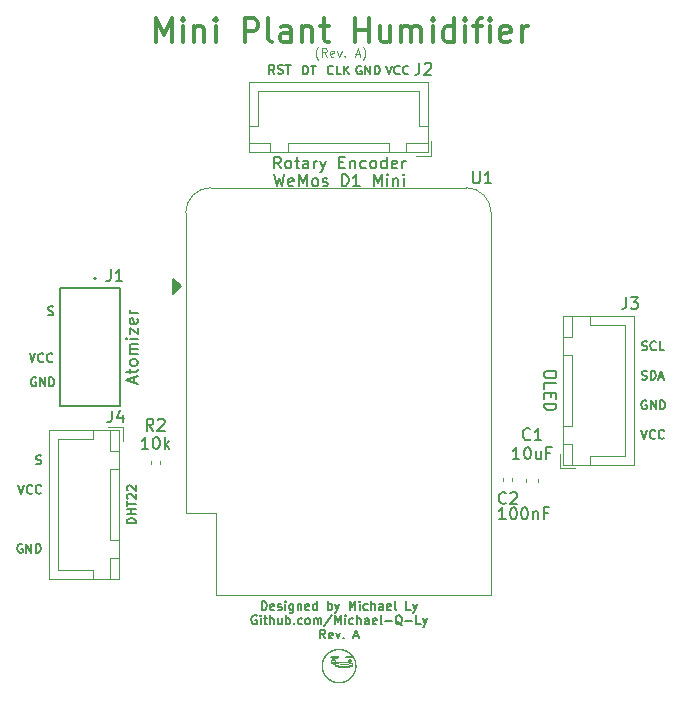
<source format=gbr>
%TF.GenerationSoftware,KiCad,Pcbnew,(6.0.9)*%
%TF.CreationDate,2023-01-13T23:22:46-06:00*%
%TF.ProjectId,PlantHumidifier,506c616e-7448-4756-9d69-646966696572,A*%
%TF.SameCoordinates,Original*%
%TF.FileFunction,Legend,Top*%
%TF.FilePolarity,Positive*%
%FSLAX46Y46*%
G04 Gerber Fmt 4.6, Leading zero omitted, Abs format (unit mm)*
G04 Created by KiCad (PCBNEW (6.0.9)) date 2023-01-13 23:22:46*
%MOMM*%
%LPD*%
G01*
G04 APERTURE LIST*
%ADD10C,0.150000*%
%ADD11C,0.100000*%
%ADD12C,0.300000*%
%ADD13C,0.120000*%
%ADD14C,0.127000*%
%ADD15C,0.200000*%
G04 APERTURE END LIST*
D10*
X83576190Y-66102380D02*
X83814285Y-67102380D01*
X84004761Y-66388095D01*
X84195238Y-67102380D01*
X84433333Y-66102380D01*
X85195238Y-67054761D02*
X85100000Y-67102380D01*
X84909523Y-67102380D01*
X84814285Y-67054761D01*
X84766666Y-66959523D01*
X84766666Y-66578571D01*
X84814285Y-66483333D01*
X84909523Y-66435714D01*
X85100000Y-66435714D01*
X85195238Y-66483333D01*
X85242857Y-66578571D01*
X85242857Y-66673809D01*
X84766666Y-66769047D01*
X85671428Y-67102380D02*
X85671428Y-66102380D01*
X86004761Y-66816666D01*
X86338095Y-66102380D01*
X86338095Y-67102380D01*
X86957142Y-67102380D02*
X86861904Y-67054761D01*
X86814285Y-67007142D01*
X86766666Y-66911904D01*
X86766666Y-66626190D01*
X86814285Y-66530952D01*
X86861904Y-66483333D01*
X86957142Y-66435714D01*
X87100000Y-66435714D01*
X87195238Y-66483333D01*
X87242857Y-66530952D01*
X87290476Y-66626190D01*
X87290476Y-66911904D01*
X87242857Y-67007142D01*
X87195238Y-67054761D01*
X87100000Y-67102380D01*
X86957142Y-67102380D01*
X87671428Y-67054761D02*
X87766666Y-67102380D01*
X87957142Y-67102380D01*
X88052380Y-67054761D01*
X88100000Y-66959523D01*
X88100000Y-66911904D01*
X88052380Y-66816666D01*
X87957142Y-66769047D01*
X87814285Y-66769047D01*
X87719047Y-66721428D01*
X87671428Y-66626190D01*
X87671428Y-66578571D01*
X87719047Y-66483333D01*
X87814285Y-66435714D01*
X87957142Y-66435714D01*
X88052380Y-66483333D01*
X89290476Y-67102380D02*
X89290476Y-66102380D01*
X89528571Y-66102380D01*
X89671428Y-66150000D01*
X89766666Y-66245238D01*
X89814285Y-66340476D01*
X89861904Y-66530952D01*
X89861904Y-66673809D01*
X89814285Y-66864285D01*
X89766666Y-66959523D01*
X89671428Y-67054761D01*
X89528571Y-67102380D01*
X89290476Y-67102380D01*
X90814285Y-67102380D02*
X90242857Y-67102380D01*
X90528571Y-67102380D02*
X90528571Y-66102380D01*
X90433333Y-66245238D01*
X90338095Y-66340476D01*
X90242857Y-66388095D01*
X92004761Y-67102380D02*
X92004761Y-66102380D01*
X92338095Y-66816666D01*
X92671428Y-66102380D01*
X92671428Y-67102380D01*
X93147619Y-67102380D02*
X93147619Y-66435714D01*
X93147619Y-66102380D02*
X93100000Y-66150000D01*
X93147619Y-66197619D01*
X93195238Y-66150000D01*
X93147619Y-66102380D01*
X93147619Y-66197619D01*
X93623809Y-66435714D02*
X93623809Y-67102380D01*
X93623809Y-66530952D02*
X93671428Y-66483333D01*
X93766666Y-66435714D01*
X93909523Y-66435714D01*
X94004761Y-66483333D01*
X94052380Y-66578571D01*
X94052380Y-67102380D01*
X94528571Y-67102380D02*
X94528571Y-66435714D01*
X94528571Y-66102380D02*
X94480952Y-66150000D01*
X94528571Y-66197619D01*
X94576190Y-66150000D01*
X94528571Y-66102380D01*
X94528571Y-66197619D01*
D11*
X87300000Y-56425000D02*
X87264285Y-56389285D01*
X87192857Y-56282142D01*
X87157142Y-56210714D01*
X87121428Y-56103571D01*
X87085714Y-55925000D01*
X87085714Y-55782142D01*
X87121428Y-55603571D01*
X87157142Y-55496428D01*
X87192857Y-55425000D01*
X87264285Y-55317857D01*
X87300000Y-55282142D01*
X88014285Y-56139285D02*
X87764285Y-55782142D01*
X87585714Y-56139285D02*
X87585714Y-55389285D01*
X87871428Y-55389285D01*
X87942857Y-55425000D01*
X87978571Y-55460714D01*
X88014285Y-55532142D01*
X88014285Y-55639285D01*
X87978571Y-55710714D01*
X87942857Y-55746428D01*
X87871428Y-55782142D01*
X87585714Y-55782142D01*
X88621428Y-56103571D02*
X88550000Y-56139285D01*
X88407142Y-56139285D01*
X88335714Y-56103571D01*
X88300000Y-56032142D01*
X88300000Y-55746428D01*
X88335714Y-55675000D01*
X88407142Y-55639285D01*
X88550000Y-55639285D01*
X88621428Y-55675000D01*
X88657142Y-55746428D01*
X88657142Y-55817857D01*
X88300000Y-55889285D01*
X88907142Y-55639285D02*
X89085714Y-56139285D01*
X89264285Y-55639285D01*
X89550000Y-56067857D02*
X89585714Y-56103571D01*
X89550000Y-56139285D01*
X89514285Y-56103571D01*
X89550000Y-56067857D01*
X89550000Y-56139285D01*
X90442857Y-55925000D02*
X90800000Y-55925000D01*
X90371428Y-56139285D02*
X90621428Y-55389285D01*
X90871428Y-56139285D01*
X91050000Y-56425000D02*
X91085714Y-56389285D01*
X91157142Y-56282142D01*
X91192857Y-56210714D01*
X91228571Y-56103571D01*
X91264285Y-55925000D01*
X91264285Y-55782142D01*
X91228571Y-55603571D01*
X91192857Y-55496428D01*
X91157142Y-55425000D01*
X91085714Y-55317857D01*
X91050000Y-55282142D01*
D10*
X61900000Y-92389285D02*
X62150000Y-93139285D01*
X62400000Y-92389285D01*
X63078571Y-93067857D02*
X63042857Y-93103571D01*
X62935714Y-93139285D01*
X62864285Y-93139285D01*
X62757142Y-93103571D01*
X62685714Y-93032142D01*
X62650000Y-92960714D01*
X62614285Y-92817857D01*
X62614285Y-92710714D01*
X62650000Y-92567857D01*
X62685714Y-92496428D01*
X62757142Y-92425000D01*
X62864285Y-92389285D01*
X62935714Y-92389285D01*
X63042857Y-92425000D01*
X63078571Y-92460714D01*
X63828571Y-93067857D02*
X63792857Y-93103571D01*
X63685714Y-93139285D01*
X63614285Y-93139285D01*
X63507142Y-93103571D01*
X63435714Y-93032142D01*
X63400000Y-92960714D01*
X63364285Y-92817857D01*
X63364285Y-92710714D01*
X63400000Y-92567857D01*
X63435714Y-92496428D01*
X63507142Y-92425000D01*
X63614285Y-92389285D01*
X63685714Y-92389285D01*
X63792857Y-92425000D01*
X63828571Y-92460714D01*
X62228571Y-97425000D02*
X62157142Y-97389285D01*
X62050000Y-97389285D01*
X61942857Y-97425000D01*
X61871428Y-97496428D01*
X61835714Y-97567857D01*
X61800000Y-97710714D01*
X61800000Y-97817857D01*
X61835714Y-97960714D01*
X61871428Y-98032142D01*
X61942857Y-98103571D01*
X62050000Y-98139285D01*
X62121428Y-98139285D01*
X62228571Y-98103571D01*
X62264285Y-98067857D01*
X62264285Y-97817857D01*
X62121428Y-97817857D01*
X62585714Y-98139285D02*
X62585714Y-97389285D01*
X63014285Y-98139285D01*
X63014285Y-97389285D01*
X63371428Y-98139285D02*
X63371428Y-97389285D01*
X63550000Y-97389285D01*
X63657142Y-97425000D01*
X63728571Y-97496428D01*
X63764285Y-97567857D01*
X63800000Y-97710714D01*
X63800000Y-97817857D01*
X63764285Y-97960714D01*
X63728571Y-98032142D01*
X63657142Y-98103571D01*
X63550000Y-98139285D01*
X63371428Y-98139285D01*
D12*
X73555952Y-54904761D02*
X73555952Y-52904761D01*
X74222619Y-54333333D01*
X74889285Y-52904761D01*
X74889285Y-54904761D01*
X75841666Y-54904761D02*
X75841666Y-53571428D01*
X75841666Y-52904761D02*
X75746428Y-53000000D01*
X75841666Y-53095238D01*
X75936904Y-53000000D01*
X75841666Y-52904761D01*
X75841666Y-53095238D01*
X76794047Y-53571428D02*
X76794047Y-54904761D01*
X76794047Y-53761904D02*
X76889285Y-53666666D01*
X77079761Y-53571428D01*
X77365476Y-53571428D01*
X77555952Y-53666666D01*
X77651190Y-53857142D01*
X77651190Y-54904761D01*
X78603571Y-54904761D02*
X78603571Y-53571428D01*
X78603571Y-52904761D02*
X78508333Y-53000000D01*
X78603571Y-53095238D01*
X78698809Y-53000000D01*
X78603571Y-52904761D01*
X78603571Y-53095238D01*
X81079761Y-54904761D02*
X81079761Y-52904761D01*
X81841666Y-52904761D01*
X82032142Y-53000000D01*
X82127380Y-53095238D01*
X82222619Y-53285714D01*
X82222619Y-53571428D01*
X82127380Y-53761904D01*
X82032142Y-53857142D01*
X81841666Y-53952380D01*
X81079761Y-53952380D01*
X83365476Y-54904761D02*
X83175000Y-54809523D01*
X83079761Y-54619047D01*
X83079761Y-52904761D01*
X84984523Y-54904761D02*
X84984523Y-53857142D01*
X84889285Y-53666666D01*
X84698809Y-53571428D01*
X84317857Y-53571428D01*
X84127380Y-53666666D01*
X84984523Y-54809523D02*
X84794047Y-54904761D01*
X84317857Y-54904761D01*
X84127380Y-54809523D01*
X84032142Y-54619047D01*
X84032142Y-54428571D01*
X84127380Y-54238095D01*
X84317857Y-54142857D01*
X84794047Y-54142857D01*
X84984523Y-54047619D01*
X85936904Y-53571428D02*
X85936904Y-54904761D01*
X85936904Y-53761904D02*
X86032142Y-53666666D01*
X86222619Y-53571428D01*
X86508333Y-53571428D01*
X86698809Y-53666666D01*
X86794047Y-53857142D01*
X86794047Y-54904761D01*
X87460714Y-53571428D02*
X88222619Y-53571428D01*
X87746428Y-52904761D02*
X87746428Y-54619047D01*
X87841666Y-54809523D01*
X88032142Y-54904761D01*
X88222619Y-54904761D01*
X90413095Y-54904761D02*
X90413095Y-52904761D01*
X90413095Y-53857142D02*
X91555952Y-53857142D01*
X91555952Y-54904761D02*
X91555952Y-52904761D01*
X93365476Y-53571428D02*
X93365476Y-54904761D01*
X92508333Y-53571428D02*
X92508333Y-54619047D01*
X92603571Y-54809523D01*
X92794047Y-54904761D01*
X93079761Y-54904761D01*
X93270238Y-54809523D01*
X93365476Y-54714285D01*
X94317857Y-54904761D02*
X94317857Y-53571428D01*
X94317857Y-53761904D02*
X94413095Y-53666666D01*
X94603571Y-53571428D01*
X94889285Y-53571428D01*
X95079761Y-53666666D01*
X95175000Y-53857142D01*
X95175000Y-54904761D01*
X95175000Y-53857142D02*
X95270238Y-53666666D01*
X95460714Y-53571428D01*
X95746428Y-53571428D01*
X95936904Y-53666666D01*
X96032142Y-53857142D01*
X96032142Y-54904761D01*
X96984523Y-54904761D02*
X96984523Y-53571428D01*
X96984523Y-52904761D02*
X96889285Y-53000000D01*
X96984523Y-53095238D01*
X97079761Y-53000000D01*
X96984523Y-52904761D01*
X96984523Y-53095238D01*
X98794047Y-54904761D02*
X98794047Y-52904761D01*
X98794047Y-54809523D02*
X98603571Y-54904761D01*
X98222619Y-54904761D01*
X98032142Y-54809523D01*
X97936904Y-54714285D01*
X97841666Y-54523809D01*
X97841666Y-53952380D01*
X97936904Y-53761904D01*
X98032142Y-53666666D01*
X98222619Y-53571428D01*
X98603571Y-53571428D01*
X98794047Y-53666666D01*
X99746428Y-54904761D02*
X99746428Y-53571428D01*
X99746428Y-52904761D02*
X99651190Y-53000000D01*
X99746428Y-53095238D01*
X99841666Y-53000000D01*
X99746428Y-52904761D01*
X99746428Y-53095238D01*
X100413095Y-53571428D02*
X101175000Y-53571428D01*
X100698809Y-54904761D02*
X100698809Y-53190476D01*
X100794047Y-53000000D01*
X100984523Y-52904761D01*
X101175000Y-52904761D01*
X101841666Y-54904761D02*
X101841666Y-53571428D01*
X101841666Y-52904761D02*
X101746428Y-53000000D01*
X101841666Y-53095238D01*
X101936904Y-53000000D01*
X101841666Y-52904761D01*
X101841666Y-53095238D01*
X103555952Y-54809523D02*
X103365476Y-54904761D01*
X102984523Y-54904761D01*
X102794047Y-54809523D01*
X102698809Y-54619047D01*
X102698809Y-53857142D01*
X102794047Y-53666666D01*
X102984523Y-53571428D01*
X103365476Y-53571428D01*
X103555952Y-53666666D01*
X103651190Y-53857142D01*
X103651190Y-54047619D01*
X102698809Y-54238095D01*
X104508333Y-54904761D02*
X104508333Y-53571428D01*
X104508333Y-53952380D02*
X104603571Y-53761904D01*
X104698809Y-53666666D01*
X104889285Y-53571428D01*
X105079761Y-53571428D01*
D10*
X83589285Y-57589285D02*
X83339285Y-57232142D01*
X83160714Y-57589285D02*
X83160714Y-56839285D01*
X83446428Y-56839285D01*
X83517857Y-56875000D01*
X83553571Y-56910714D01*
X83589285Y-56982142D01*
X83589285Y-57089285D01*
X83553571Y-57160714D01*
X83517857Y-57196428D01*
X83446428Y-57232142D01*
X83160714Y-57232142D01*
X83875000Y-57553571D02*
X83982142Y-57589285D01*
X84160714Y-57589285D01*
X84232142Y-57553571D01*
X84267857Y-57517857D01*
X84303571Y-57446428D01*
X84303571Y-57375000D01*
X84267857Y-57303571D01*
X84232142Y-57267857D01*
X84160714Y-57232142D01*
X84017857Y-57196428D01*
X83946428Y-57160714D01*
X83910714Y-57125000D01*
X83875000Y-57053571D01*
X83875000Y-56982142D01*
X83910714Y-56910714D01*
X83946428Y-56875000D01*
X84017857Y-56839285D01*
X84196428Y-56839285D01*
X84303571Y-56875000D01*
X84517857Y-56839285D02*
X84946428Y-56839285D01*
X84732142Y-57589285D02*
X84732142Y-56839285D01*
X63385714Y-90603571D02*
X63492857Y-90639285D01*
X63671428Y-90639285D01*
X63742857Y-90603571D01*
X63778571Y-90567857D01*
X63814285Y-90496428D01*
X63814285Y-90425000D01*
X63778571Y-90353571D01*
X63742857Y-90317857D01*
X63671428Y-90282142D01*
X63528571Y-90246428D01*
X63457142Y-90210714D01*
X63421428Y-90175000D01*
X63385714Y-90103571D01*
X63385714Y-90032142D01*
X63421428Y-89960714D01*
X63457142Y-89925000D01*
X63528571Y-89889285D01*
X63707142Y-89889285D01*
X63814285Y-89925000D01*
X88553571Y-57567857D02*
X88517857Y-57603571D01*
X88410714Y-57639285D01*
X88339285Y-57639285D01*
X88232142Y-57603571D01*
X88160714Y-57532142D01*
X88125000Y-57460714D01*
X88089285Y-57317857D01*
X88089285Y-57210714D01*
X88125000Y-57067857D01*
X88160714Y-56996428D01*
X88232142Y-56925000D01*
X88339285Y-56889285D01*
X88410714Y-56889285D01*
X88517857Y-56925000D01*
X88553571Y-56960714D01*
X89232142Y-57639285D02*
X88875000Y-57639285D01*
X88875000Y-56889285D01*
X89482142Y-57639285D02*
X89482142Y-56889285D01*
X89910714Y-57639285D02*
X89589285Y-57210714D01*
X89910714Y-56889285D02*
X89482142Y-57317857D01*
X64435714Y-78003571D02*
X64542857Y-78039285D01*
X64721428Y-78039285D01*
X64792857Y-78003571D01*
X64828571Y-77967857D01*
X64864285Y-77896428D01*
X64864285Y-77825000D01*
X64828571Y-77753571D01*
X64792857Y-77717857D01*
X64721428Y-77682142D01*
X64578571Y-77646428D01*
X64507142Y-77610714D01*
X64471428Y-77575000D01*
X64435714Y-77503571D01*
X64435714Y-77432142D01*
X64471428Y-77360714D01*
X64507142Y-77325000D01*
X64578571Y-77289285D01*
X64757142Y-77289285D01*
X64864285Y-77325000D01*
X104328571Y-90202380D02*
X103757142Y-90202380D01*
X104042857Y-90202380D02*
X104042857Y-89202380D01*
X103947619Y-89345238D01*
X103852380Y-89440476D01*
X103757142Y-89488095D01*
X104947619Y-89202380D02*
X105042857Y-89202380D01*
X105138095Y-89250000D01*
X105185714Y-89297619D01*
X105233333Y-89392857D01*
X105280952Y-89583333D01*
X105280952Y-89821428D01*
X105233333Y-90011904D01*
X105185714Y-90107142D01*
X105138095Y-90154761D01*
X105042857Y-90202380D01*
X104947619Y-90202380D01*
X104852380Y-90154761D01*
X104804761Y-90107142D01*
X104757142Y-90011904D01*
X104709523Y-89821428D01*
X104709523Y-89583333D01*
X104757142Y-89392857D01*
X104804761Y-89297619D01*
X104852380Y-89250000D01*
X104947619Y-89202380D01*
X106138095Y-89535714D02*
X106138095Y-90202380D01*
X105709523Y-89535714D02*
X105709523Y-90059523D01*
X105757142Y-90154761D01*
X105852380Y-90202380D01*
X105995238Y-90202380D01*
X106090476Y-90154761D01*
X106138095Y-90107142D01*
X106947619Y-89678571D02*
X106614285Y-89678571D01*
X106614285Y-90202380D02*
X106614285Y-89202380D01*
X107090476Y-89202380D01*
X62850000Y-81239285D02*
X63100000Y-81989285D01*
X63350000Y-81239285D01*
X64028571Y-81917857D02*
X63992857Y-81953571D01*
X63885714Y-81989285D01*
X63814285Y-81989285D01*
X63707142Y-81953571D01*
X63635714Y-81882142D01*
X63600000Y-81810714D01*
X63564285Y-81667857D01*
X63564285Y-81560714D01*
X63600000Y-81417857D01*
X63635714Y-81346428D01*
X63707142Y-81275000D01*
X63814285Y-81239285D01*
X63885714Y-81239285D01*
X63992857Y-81275000D01*
X64028571Y-81310714D01*
X64778571Y-81917857D02*
X64742857Y-81953571D01*
X64635714Y-81989285D01*
X64564285Y-81989285D01*
X64457142Y-81953571D01*
X64385714Y-81882142D01*
X64350000Y-81810714D01*
X64314285Y-81667857D01*
X64314285Y-81560714D01*
X64350000Y-81417857D01*
X64385714Y-81346428D01*
X64457142Y-81275000D01*
X64564285Y-81239285D01*
X64635714Y-81239285D01*
X64742857Y-81275000D01*
X64778571Y-81310714D01*
X84121428Y-65602380D02*
X83788095Y-65126190D01*
X83550000Y-65602380D02*
X83550000Y-64602380D01*
X83930952Y-64602380D01*
X84026190Y-64650000D01*
X84073809Y-64697619D01*
X84121428Y-64792857D01*
X84121428Y-64935714D01*
X84073809Y-65030952D01*
X84026190Y-65078571D01*
X83930952Y-65126190D01*
X83550000Y-65126190D01*
X84692857Y-65602380D02*
X84597619Y-65554761D01*
X84550000Y-65507142D01*
X84502380Y-65411904D01*
X84502380Y-65126190D01*
X84550000Y-65030952D01*
X84597619Y-64983333D01*
X84692857Y-64935714D01*
X84835714Y-64935714D01*
X84930952Y-64983333D01*
X84978571Y-65030952D01*
X85026190Y-65126190D01*
X85026190Y-65411904D01*
X84978571Y-65507142D01*
X84930952Y-65554761D01*
X84835714Y-65602380D01*
X84692857Y-65602380D01*
X85311904Y-64935714D02*
X85692857Y-64935714D01*
X85454761Y-64602380D02*
X85454761Y-65459523D01*
X85502380Y-65554761D01*
X85597619Y-65602380D01*
X85692857Y-65602380D01*
X86454761Y-65602380D02*
X86454761Y-65078571D01*
X86407142Y-64983333D01*
X86311904Y-64935714D01*
X86121428Y-64935714D01*
X86026190Y-64983333D01*
X86454761Y-65554761D02*
X86359523Y-65602380D01*
X86121428Y-65602380D01*
X86026190Y-65554761D01*
X85978571Y-65459523D01*
X85978571Y-65364285D01*
X86026190Y-65269047D01*
X86121428Y-65221428D01*
X86359523Y-65221428D01*
X86454761Y-65173809D01*
X86930952Y-65602380D02*
X86930952Y-64935714D01*
X86930952Y-65126190D02*
X86978571Y-65030952D01*
X87026190Y-64983333D01*
X87121428Y-64935714D01*
X87216666Y-64935714D01*
X87454761Y-64935714D02*
X87692857Y-65602380D01*
X87930952Y-64935714D02*
X87692857Y-65602380D01*
X87597619Y-65840476D01*
X87550000Y-65888095D01*
X87454761Y-65935714D01*
X89073809Y-65078571D02*
X89407142Y-65078571D01*
X89550000Y-65602380D02*
X89073809Y-65602380D01*
X89073809Y-64602380D01*
X89550000Y-64602380D01*
X89978571Y-64935714D02*
X89978571Y-65602380D01*
X89978571Y-65030952D02*
X90026190Y-64983333D01*
X90121428Y-64935714D01*
X90264285Y-64935714D01*
X90359523Y-64983333D01*
X90407142Y-65078571D01*
X90407142Y-65602380D01*
X91311904Y-65554761D02*
X91216666Y-65602380D01*
X91026190Y-65602380D01*
X90930952Y-65554761D01*
X90883333Y-65507142D01*
X90835714Y-65411904D01*
X90835714Y-65126190D01*
X90883333Y-65030952D01*
X90930952Y-64983333D01*
X91026190Y-64935714D01*
X91216666Y-64935714D01*
X91311904Y-64983333D01*
X91883333Y-65602380D02*
X91788095Y-65554761D01*
X91740476Y-65507142D01*
X91692857Y-65411904D01*
X91692857Y-65126190D01*
X91740476Y-65030952D01*
X91788095Y-64983333D01*
X91883333Y-64935714D01*
X92026190Y-64935714D01*
X92121428Y-64983333D01*
X92169047Y-65030952D01*
X92216666Y-65126190D01*
X92216666Y-65411904D01*
X92169047Y-65507142D01*
X92121428Y-65554761D01*
X92026190Y-65602380D01*
X91883333Y-65602380D01*
X93073809Y-65602380D02*
X93073809Y-64602380D01*
X93073809Y-65554761D02*
X92978571Y-65602380D01*
X92788095Y-65602380D01*
X92692857Y-65554761D01*
X92645238Y-65507142D01*
X92597619Y-65411904D01*
X92597619Y-65126190D01*
X92645238Y-65030952D01*
X92692857Y-64983333D01*
X92788095Y-64935714D01*
X92978571Y-64935714D01*
X93073809Y-64983333D01*
X93930952Y-65554761D02*
X93835714Y-65602380D01*
X93645238Y-65602380D01*
X93550000Y-65554761D01*
X93502380Y-65459523D01*
X93502380Y-65078571D01*
X93550000Y-64983333D01*
X93645238Y-64935714D01*
X93835714Y-64935714D01*
X93930952Y-64983333D01*
X93978571Y-65078571D01*
X93978571Y-65173809D01*
X93502380Y-65269047D01*
X94407142Y-65602380D02*
X94407142Y-64935714D01*
X94407142Y-65126190D02*
X94454761Y-65030952D01*
X94502380Y-64983333D01*
X94597619Y-64935714D01*
X94692857Y-64935714D01*
X114707142Y-80953571D02*
X114814285Y-80989285D01*
X114992857Y-80989285D01*
X115064285Y-80953571D01*
X115100000Y-80917857D01*
X115135714Y-80846428D01*
X115135714Y-80775000D01*
X115100000Y-80703571D01*
X115064285Y-80667857D01*
X114992857Y-80632142D01*
X114850000Y-80596428D01*
X114778571Y-80560714D01*
X114742857Y-80525000D01*
X114707142Y-80453571D01*
X114707142Y-80382142D01*
X114742857Y-80310714D01*
X114778571Y-80275000D01*
X114850000Y-80239285D01*
X115028571Y-80239285D01*
X115135714Y-80275000D01*
X115885714Y-80917857D02*
X115850000Y-80953571D01*
X115742857Y-80989285D01*
X115671428Y-80989285D01*
X115564285Y-80953571D01*
X115492857Y-80882142D01*
X115457142Y-80810714D01*
X115421428Y-80667857D01*
X115421428Y-80560714D01*
X115457142Y-80417857D01*
X115492857Y-80346428D01*
X115564285Y-80275000D01*
X115671428Y-80239285D01*
X115742857Y-80239285D01*
X115850000Y-80275000D01*
X115885714Y-80310714D01*
X116564285Y-80989285D02*
X116207142Y-80989285D01*
X116207142Y-80239285D01*
X82514285Y-102981785D02*
X82514285Y-102231785D01*
X82692857Y-102231785D01*
X82800000Y-102267500D01*
X82871428Y-102338928D01*
X82907142Y-102410357D01*
X82942857Y-102553214D01*
X82942857Y-102660357D01*
X82907142Y-102803214D01*
X82871428Y-102874642D01*
X82800000Y-102946071D01*
X82692857Y-102981785D01*
X82514285Y-102981785D01*
X83550000Y-102946071D02*
X83478571Y-102981785D01*
X83335714Y-102981785D01*
X83264285Y-102946071D01*
X83228571Y-102874642D01*
X83228571Y-102588928D01*
X83264285Y-102517500D01*
X83335714Y-102481785D01*
X83478571Y-102481785D01*
X83550000Y-102517500D01*
X83585714Y-102588928D01*
X83585714Y-102660357D01*
X83228571Y-102731785D01*
X83871428Y-102946071D02*
X83942857Y-102981785D01*
X84085714Y-102981785D01*
X84157142Y-102946071D01*
X84192857Y-102874642D01*
X84192857Y-102838928D01*
X84157142Y-102767500D01*
X84085714Y-102731785D01*
X83978571Y-102731785D01*
X83907142Y-102696071D01*
X83871428Y-102624642D01*
X83871428Y-102588928D01*
X83907142Y-102517500D01*
X83978571Y-102481785D01*
X84085714Y-102481785D01*
X84157142Y-102517500D01*
X84514285Y-102981785D02*
X84514285Y-102481785D01*
X84514285Y-102231785D02*
X84478571Y-102267500D01*
X84514285Y-102303214D01*
X84550000Y-102267500D01*
X84514285Y-102231785D01*
X84514285Y-102303214D01*
X85192857Y-102481785D02*
X85192857Y-103088928D01*
X85157142Y-103160357D01*
X85121428Y-103196071D01*
X85050000Y-103231785D01*
X84942857Y-103231785D01*
X84871428Y-103196071D01*
X85192857Y-102946071D02*
X85121428Y-102981785D01*
X84978571Y-102981785D01*
X84907142Y-102946071D01*
X84871428Y-102910357D01*
X84835714Y-102838928D01*
X84835714Y-102624642D01*
X84871428Y-102553214D01*
X84907142Y-102517500D01*
X84978571Y-102481785D01*
X85121428Y-102481785D01*
X85192857Y-102517500D01*
X85550000Y-102481785D02*
X85550000Y-102981785D01*
X85550000Y-102553214D02*
X85585714Y-102517500D01*
X85657142Y-102481785D01*
X85764285Y-102481785D01*
X85835714Y-102517500D01*
X85871428Y-102588928D01*
X85871428Y-102981785D01*
X86514285Y-102946071D02*
X86442857Y-102981785D01*
X86300000Y-102981785D01*
X86228571Y-102946071D01*
X86192857Y-102874642D01*
X86192857Y-102588928D01*
X86228571Y-102517500D01*
X86300000Y-102481785D01*
X86442857Y-102481785D01*
X86514285Y-102517500D01*
X86550000Y-102588928D01*
X86550000Y-102660357D01*
X86192857Y-102731785D01*
X87192857Y-102981785D02*
X87192857Y-102231785D01*
X87192857Y-102946071D02*
X87121428Y-102981785D01*
X86978571Y-102981785D01*
X86907142Y-102946071D01*
X86871428Y-102910357D01*
X86835714Y-102838928D01*
X86835714Y-102624642D01*
X86871428Y-102553214D01*
X86907142Y-102517500D01*
X86978571Y-102481785D01*
X87121428Y-102481785D01*
X87192857Y-102517500D01*
X88121428Y-102981785D02*
X88121428Y-102231785D01*
X88121428Y-102517500D02*
X88192857Y-102481785D01*
X88335714Y-102481785D01*
X88407142Y-102517500D01*
X88442857Y-102553214D01*
X88478571Y-102624642D01*
X88478571Y-102838928D01*
X88442857Y-102910357D01*
X88407142Y-102946071D01*
X88335714Y-102981785D01*
X88192857Y-102981785D01*
X88121428Y-102946071D01*
X88728571Y-102481785D02*
X88907142Y-102981785D01*
X89085714Y-102481785D02*
X88907142Y-102981785D01*
X88835714Y-103160357D01*
X88800000Y-103196071D01*
X88728571Y-103231785D01*
X89942857Y-102981785D02*
X89942857Y-102231785D01*
X90192857Y-102767500D01*
X90442857Y-102231785D01*
X90442857Y-102981785D01*
X90800000Y-102981785D02*
X90800000Y-102481785D01*
X90800000Y-102231785D02*
X90764285Y-102267500D01*
X90800000Y-102303214D01*
X90835714Y-102267500D01*
X90800000Y-102231785D01*
X90800000Y-102303214D01*
X91478571Y-102946071D02*
X91407142Y-102981785D01*
X91264285Y-102981785D01*
X91192857Y-102946071D01*
X91157142Y-102910357D01*
X91121428Y-102838928D01*
X91121428Y-102624642D01*
X91157142Y-102553214D01*
X91192857Y-102517500D01*
X91264285Y-102481785D01*
X91407142Y-102481785D01*
X91478571Y-102517500D01*
X91800000Y-102981785D02*
X91800000Y-102231785D01*
X92121428Y-102981785D02*
X92121428Y-102588928D01*
X92085714Y-102517500D01*
X92014285Y-102481785D01*
X91907142Y-102481785D01*
X91835714Y-102517500D01*
X91800000Y-102553214D01*
X92800000Y-102981785D02*
X92800000Y-102588928D01*
X92764285Y-102517500D01*
X92692857Y-102481785D01*
X92550000Y-102481785D01*
X92478571Y-102517500D01*
X92800000Y-102946071D02*
X92728571Y-102981785D01*
X92550000Y-102981785D01*
X92478571Y-102946071D01*
X92442857Y-102874642D01*
X92442857Y-102803214D01*
X92478571Y-102731785D01*
X92550000Y-102696071D01*
X92728571Y-102696071D01*
X92800000Y-102660357D01*
X93442857Y-102946071D02*
X93371428Y-102981785D01*
X93228571Y-102981785D01*
X93157142Y-102946071D01*
X93121428Y-102874642D01*
X93121428Y-102588928D01*
X93157142Y-102517500D01*
X93228571Y-102481785D01*
X93371428Y-102481785D01*
X93442857Y-102517500D01*
X93478571Y-102588928D01*
X93478571Y-102660357D01*
X93121428Y-102731785D01*
X93907142Y-102981785D02*
X93835714Y-102946071D01*
X93800000Y-102874642D01*
X93800000Y-102231785D01*
X95121428Y-102981785D02*
X94764285Y-102981785D01*
X94764285Y-102231785D01*
X95300000Y-102481785D02*
X95478571Y-102981785D01*
X95657142Y-102481785D02*
X95478571Y-102981785D01*
X95407142Y-103160357D01*
X95371428Y-103196071D01*
X95300000Y-103231785D01*
X82067857Y-103475000D02*
X81996428Y-103439285D01*
X81889285Y-103439285D01*
X81782142Y-103475000D01*
X81710714Y-103546428D01*
X81675000Y-103617857D01*
X81639285Y-103760714D01*
X81639285Y-103867857D01*
X81675000Y-104010714D01*
X81710714Y-104082142D01*
X81782142Y-104153571D01*
X81889285Y-104189285D01*
X81960714Y-104189285D01*
X82067857Y-104153571D01*
X82103571Y-104117857D01*
X82103571Y-103867857D01*
X81960714Y-103867857D01*
X82425000Y-104189285D02*
X82425000Y-103689285D01*
X82425000Y-103439285D02*
X82389285Y-103475000D01*
X82425000Y-103510714D01*
X82460714Y-103475000D01*
X82425000Y-103439285D01*
X82425000Y-103510714D01*
X82675000Y-103689285D02*
X82960714Y-103689285D01*
X82782142Y-103439285D02*
X82782142Y-104082142D01*
X82817857Y-104153571D01*
X82889285Y-104189285D01*
X82960714Y-104189285D01*
X83210714Y-104189285D02*
X83210714Y-103439285D01*
X83532142Y-104189285D02*
X83532142Y-103796428D01*
X83496428Y-103725000D01*
X83425000Y-103689285D01*
X83317857Y-103689285D01*
X83246428Y-103725000D01*
X83210714Y-103760714D01*
X84210714Y-103689285D02*
X84210714Y-104189285D01*
X83889285Y-103689285D02*
X83889285Y-104082142D01*
X83925000Y-104153571D01*
X83996428Y-104189285D01*
X84103571Y-104189285D01*
X84175000Y-104153571D01*
X84210714Y-104117857D01*
X84567857Y-104189285D02*
X84567857Y-103439285D01*
X84567857Y-103725000D02*
X84639285Y-103689285D01*
X84782142Y-103689285D01*
X84853571Y-103725000D01*
X84889285Y-103760714D01*
X84925000Y-103832142D01*
X84925000Y-104046428D01*
X84889285Y-104117857D01*
X84853571Y-104153571D01*
X84782142Y-104189285D01*
X84639285Y-104189285D01*
X84567857Y-104153571D01*
X85246428Y-104117857D02*
X85282142Y-104153571D01*
X85246428Y-104189285D01*
X85210714Y-104153571D01*
X85246428Y-104117857D01*
X85246428Y-104189285D01*
X85925000Y-104153571D02*
X85853571Y-104189285D01*
X85710714Y-104189285D01*
X85639285Y-104153571D01*
X85603571Y-104117857D01*
X85567857Y-104046428D01*
X85567857Y-103832142D01*
X85603571Y-103760714D01*
X85639285Y-103725000D01*
X85710714Y-103689285D01*
X85853571Y-103689285D01*
X85925000Y-103725000D01*
X86353571Y-104189285D02*
X86282142Y-104153571D01*
X86246428Y-104117857D01*
X86210714Y-104046428D01*
X86210714Y-103832142D01*
X86246428Y-103760714D01*
X86282142Y-103725000D01*
X86353571Y-103689285D01*
X86460714Y-103689285D01*
X86532142Y-103725000D01*
X86567857Y-103760714D01*
X86603571Y-103832142D01*
X86603571Y-104046428D01*
X86567857Y-104117857D01*
X86532142Y-104153571D01*
X86460714Y-104189285D01*
X86353571Y-104189285D01*
X86925000Y-104189285D02*
X86925000Y-103689285D01*
X86925000Y-103760714D02*
X86960714Y-103725000D01*
X87032142Y-103689285D01*
X87139285Y-103689285D01*
X87210714Y-103725000D01*
X87246428Y-103796428D01*
X87246428Y-104189285D01*
X87246428Y-103796428D02*
X87282142Y-103725000D01*
X87353571Y-103689285D01*
X87460714Y-103689285D01*
X87532142Y-103725000D01*
X87567857Y-103796428D01*
X87567857Y-104189285D01*
X88460714Y-103403571D02*
X87817857Y-104367857D01*
X88710714Y-104189285D02*
X88710714Y-103439285D01*
X88960714Y-103975000D01*
X89210714Y-103439285D01*
X89210714Y-104189285D01*
X89567857Y-104189285D02*
X89567857Y-103689285D01*
X89567857Y-103439285D02*
X89532142Y-103475000D01*
X89567857Y-103510714D01*
X89603571Y-103475000D01*
X89567857Y-103439285D01*
X89567857Y-103510714D01*
X90246428Y-104153571D02*
X90175000Y-104189285D01*
X90032142Y-104189285D01*
X89960714Y-104153571D01*
X89925000Y-104117857D01*
X89889285Y-104046428D01*
X89889285Y-103832142D01*
X89925000Y-103760714D01*
X89960714Y-103725000D01*
X90032142Y-103689285D01*
X90175000Y-103689285D01*
X90246428Y-103725000D01*
X90567857Y-104189285D02*
X90567857Y-103439285D01*
X90889285Y-104189285D02*
X90889285Y-103796428D01*
X90853571Y-103725000D01*
X90782142Y-103689285D01*
X90675000Y-103689285D01*
X90603571Y-103725000D01*
X90567857Y-103760714D01*
X91567857Y-104189285D02*
X91567857Y-103796428D01*
X91532142Y-103725000D01*
X91460714Y-103689285D01*
X91317857Y-103689285D01*
X91246428Y-103725000D01*
X91567857Y-104153571D02*
X91496428Y-104189285D01*
X91317857Y-104189285D01*
X91246428Y-104153571D01*
X91210714Y-104082142D01*
X91210714Y-104010714D01*
X91246428Y-103939285D01*
X91317857Y-103903571D01*
X91496428Y-103903571D01*
X91567857Y-103867857D01*
X92210714Y-104153571D02*
X92139285Y-104189285D01*
X91996428Y-104189285D01*
X91925000Y-104153571D01*
X91889285Y-104082142D01*
X91889285Y-103796428D01*
X91925000Y-103725000D01*
X91996428Y-103689285D01*
X92139285Y-103689285D01*
X92210714Y-103725000D01*
X92246428Y-103796428D01*
X92246428Y-103867857D01*
X91889285Y-103939285D01*
X92675000Y-104189285D02*
X92603571Y-104153571D01*
X92567857Y-104082142D01*
X92567857Y-103439285D01*
X92960714Y-103903571D02*
X93532142Y-103903571D01*
X94389285Y-104260714D02*
X94317857Y-104225000D01*
X94246428Y-104153571D01*
X94139285Y-104046428D01*
X94067857Y-104010714D01*
X93996428Y-104010714D01*
X94032142Y-104189285D02*
X93960714Y-104153571D01*
X93889285Y-104082142D01*
X93853571Y-103939285D01*
X93853571Y-103689285D01*
X93889285Y-103546428D01*
X93960714Y-103475000D01*
X94032142Y-103439285D01*
X94175000Y-103439285D01*
X94246428Y-103475000D01*
X94317857Y-103546428D01*
X94353571Y-103689285D01*
X94353571Y-103939285D01*
X94317857Y-104082142D01*
X94246428Y-104153571D01*
X94175000Y-104189285D01*
X94032142Y-104189285D01*
X94675000Y-103903571D02*
X95246428Y-103903571D01*
X95960714Y-104189285D02*
X95603571Y-104189285D01*
X95603571Y-103439285D01*
X96139285Y-103689285D02*
X96317857Y-104189285D01*
X96496428Y-103689285D02*
X96317857Y-104189285D01*
X96246428Y-104367857D01*
X96210714Y-104403571D01*
X96139285Y-104439285D01*
X87889285Y-105396785D02*
X87639285Y-105039642D01*
X87460714Y-105396785D02*
X87460714Y-104646785D01*
X87746428Y-104646785D01*
X87817857Y-104682500D01*
X87853571Y-104718214D01*
X87889285Y-104789642D01*
X87889285Y-104896785D01*
X87853571Y-104968214D01*
X87817857Y-105003928D01*
X87746428Y-105039642D01*
X87460714Y-105039642D01*
X88496428Y-105361071D02*
X88425000Y-105396785D01*
X88282142Y-105396785D01*
X88210714Y-105361071D01*
X88175000Y-105289642D01*
X88175000Y-105003928D01*
X88210714Y-104932500D01*
X88282142Y-104896785D01*
X88425000Y-104896785D01*
X88496428Y-104932500D01*
X88532142Y-105003928D01*
X88532142Y-105075357D01*
X88175000Y-105146785D01*
X88782142Y-104896785D02*
X88960714Y-105396785D01*
X89139285Y-104896785D01*
X89425000Y-105325357D02*
X89460714Y-105361071D01*
X89425000Y-105396785D01*
X89389285Y-105361071D01*
X89425000Y-105325357D01*
X89425000Y-105396785D01*
X90317857Y-105182500D02*
X90675000Y-105182500D01*
X90246428Y-105396785D02*
X90496428Y-104646785D01*
X90746428Y-105396785D01*
X107447619Y-82947619D02*
X107447619Y-83138095D01*
X107400000Y-83233333D01*
X107304761Y-83328571D01*
X107114285Y-83376190D01*
X106780952Y-83376190D01*
X106590476Y-83328571D01*
X106495238Y-83233333D01*
X106447619Y-83138095D01*
X106447619Y-82947619D01*
X106495238Y-82852380D01*
X106590476Y-82757142D01*
X106780952Y-82709523D01*
X107114285Y-82709523D01*
X107304761Y-82757142D01*
X107400000Y-82852380D01*
X107447619Y-82947619D01*
X106447619Y-84280952D02*
X106447619Y-83804761D01*
X107447619Y-83804761D01*
X106971428Y-84614285D02*
X106971428Y-84947619D01*
X106447619Y-85090476D02*
X106447619Y-84614285D01*
X107447619Y-84614285D01*
X107447619Y-85090476D01*
X106447619Y-85519047D02*
X107447619Y-85519047D01*
X107447619Y-85757142D01*
X107400000Y-85900000D01*
X107304761Y-85995238D01*
X107209523Y-86042857D01*
X107019047Y-86090476D01*
X106876190Y-86090476D01*
X106685714Y-86042857D01*
X106590476Y-85995238D01*
X106495238Y-85900000D01*
X106447619Y-85757142D01*
X106447619Y-85519047D01*
X93000000Y-56889285D02*
X93250000Y-57639285D01*
X93500000Y-56889285D01*
X94178571Y-57567857D02*
X94142857Y-57603571D01*
X94035714Y-57639285D01*
X93964285Y-57639285D01*
X93857142Y-57603571D01*
X93785714Y-57532142D01*
X93750000Y-57460714D01*
X93714285Y-57317857D01*
X93714285Y-57210714D01*
X93750000Y-57067857D01*
X93785714Y-56996428D01*
X93857142Y-56925000D01*
X93964285Y-56889285D01*
X94035714Y-56889285D01*
X94142857Y-56925000D01*
X94178571Y-56960714D01*
X94928571Y-57567857D02*
X94892857Y-57603571D01*
X94785714Y-57639285D01*
X94714285Y-57639285D01*
X94607142Y-57603571D01*
X94535714Y-57532142D01*
X94500000Y-57460714D01*
X94464285Y-57317857D01*
X94464285Y-57210714D01*
X94500000Y-57067857D01*
X94535714Y-56996428D01*
X94607142Y-56925000D01*
X94714285Y-56889285D01*
X94785714Y-56889285D01*
X94892857Y-56925000D01*
X94928571Y-56960714D01*
X115078571Y-85275000D02*
X115007142Y-85239285D01*
X114900000Y-85239285D01*
X114792857Y-85275000D01*
X114721428Y-85346428D01*
X114685714Y-85417857D01*
X114650000Y-85560714D01*
X114650000Y-85667857D01*
X114685714Y-85810714D01*
X114721428Y-85882142D01*
X114792857Y-85953571D01*
X114900000Y-85989285D01*
X114971428Y-85989285D01*
X115078571Y-85953571D01*
X115114285Y-85917857D01*
X115114285Y-85667857D01*
X114971428Y-85667857D01*
X115435714Y-85989285D02*
X115435714Y-85239285D01*
X115864285Y-85989285D01*
X115864285Y-85239285D01*
X116221428Y-85989285D02*
X116221428Y-85239285D01*
X116400000Y-85239285D01*
X116507142Y-85275000D01*
X116578571Y-85346428D01*
X116614285Y-85417857D01*
X116650000Y-85560714D01*
X116650000Y-85667857D01*
X116614285Y-85810714D01*
X116578571Y-85882142D01*
X116507142Y-85953571D01*
X116400000Y-85989285D01*
X116221428Y-85989285D01*
X90928571Y-56925000D02*
X90857142Y-56889285D01*
X90750000Y-56889285D01*
X90642857Y-56925000D01*
X90571428Y-56996428D01*
X90535714Y-57067857D01*
X90500000Y-57210714D01*
X90500000Y-57317857D01*
X90535714Y-57460714D01*
X90571428Y-57532142D01*
X90642857Y-57603571D01*
X90750000Y-57639285D01*
X90821428Y-57639285D01*
X90928571Y-57603571D01*
X90964285Y-57567857D01*
X90964285Y-57317857D01*
X90821428Y-57317857D01*
X91285714Y-57639285D02*
X91285714Y-56889285D01*
X91714285Y-57639285D01*
X91714285Y-56889285D01*
X92071428Y-57639285D02*
X92071428Y-56889285D01*
X92250000Y-56889285D01*
X92357142Y-56925000D01*
X92428571Y-56996428D01*
X92464285Y-57067857D01*
X92500000Y-57210714D01*
X92500000Y-57317857D01*
X92464285Y-57460714D01*
X92428571Y-57532142D01*
X92357142Y-57603571D01*
X92250000Y-57639285D01*
X92071428Y-57639285D01*
X71839285Y-95639285D02*
X71089285Y-95639285D01*
X71089285Y-95460714D01*
X71125000Y-95353571D01*
X71196428Y-95282142D01*
X71267857Y-95246428D01*
X71410714Y-95210714D01*
X71517857Y-95210714D01*
X71660714Y-95246428D01*
X71732142Y-95282142D01*
X71803571Y-95353571D01*
X71839285Y-95460714D01*
X71839285Y-95639285D01*
X71839285Y-94889285D02*
X71089285Y-94889285D01*
X71446428Y-94889285D02*
X71446428Y-94460714D01*
X71839285Y-94460714D02*
X71089285Y-94460714D01*
X71089285Y-94210714D02*
X71089285Y-93782142D01*
X71839285Y-93996428D02*
X71089285Y-93996428D01*
X71160714Y-93567857D02*
X71125000Y-93532142D01*
X71089285Y-93460714D01*
X71089285Y-93282142D01*
X71125000Y-93210714D01*
X71160714Y-93175000D01*
X71232142Y-93139285D01*
X71303571Y-93139285D01*
X71410714Y-93175000D01*
X71839285Y-93603571D01*
X71839285Y-93139285D01*
X71160714Y-92853571D02*
X71125000Y-92817857D01*
X71089285Y-92746428D01*
X71089285Y-92567857D01*
X71125000Y-92496428D01*
X71160714Y-92460714D01*
X71232142Y-92425000D01*
X71303571Y-92425000D01*
X71410714Y-92460714D01*
X71839285Y-92889285D01*
X71839285Y-92425000D01*
X71716666Y-83723809D02*
X71716666Y-83247619D01*
X72002380Y-83819047D02*
X71002380Y-83485714D01*
X72002380Y-83152380D01*
X71335714Y-82961904D02*
X71335714Y-82580952D01*
X71002380Y-82819047D02*
X71859523Y-82819047D01*
X71954761Y-82771428D01*
X72002380Y-82676190D01*
X72002380Y-82580952D01*
X72002380Y-82104761D02*
X71954761Y-82200000D01*
X71907142Y-82247619D01*
X71811904Y-82295238D01*
X71526190Y-82295238D01*
X71430952Y-82247619D01*
X71383333Y-82200000D01*
X71335714Y-82104761D01*
X71335714Y-81961904D01*
X71383333Y-81866666D01*
X71430952Y-81819047D01*
X71526190Y-81771428D01*
X71811904Y-81771428D01*
X71907142Y-81819047D01*
X71954761Y-81866666D01*
X72002380Y-81961904D01*
X72002380Y-82104761D01*
X72002380Y-81342857D02*
X71335714Y-81342857D01*
X71430952Y-81342857D02*
X71383333Y-81295238D01*
X71335714Y-81200000D01*
X71335714Y-81057142D01*
X71383333Y-80961904D01*
X71478571Y-80914285D01*
X72002380Y-80914285D01*
X71478571Y-80914285D02*
X71383333Y-80866666D01*
X71335714Y-80771428D01*
X71335714Y-80628571D01*
X71383333Y-80533333D01*
X71478571Y-80485714D01*
X72002380Y-80485714D01*
X72002380Y-80009523D02*
X71335714Y-80009523D01*
X71002380Y-80009523D02*
X71050000Y-80057142D01*
X71097619Y-80009523D01*
X71050000Y-79961904D01*
X71002380Y-80009523D01*
X71097619Y-80009523D01*
X71335714Y-79628571D02*
X71335714Y-79104761D01*
X72002380Y-79628571D01*
X72002380Y-79104761D01*
X71954761Y-78342857D02*
X72002380Y-78438095D01*
X72002380Y-78628571D01*
X71954761Y-78723809D01*
X71859523Y-78771428D01*
X71478571Y-78771428D01*
X71383333Y-78723809D01*
X71335714Y-78628571D01*
X71335714Y-78438095D01*
X71383333Y-78342857D01*
X71478571Y-78295238D01*
X71573809Y-78295238D01*
X71669047Y-78771428D01*
X72002380Y-77866666D02*
X71335714Y-77866666D01*
X71526190Y-77866666D02*
X71430952Y-77819047D01*
X71383333Y-77771428D01*
X71335714Y-77676190D01*
X71335714Y-77580952D01*
X103152380Y-95302380D02*
X102580952Y-95302380D01*
X102866666Y-95302380D02*
X102866666Y-94302380D01*
X102771428Y-94445238D01*
X102676190Y-94540476D01*
X102580952Y-94588095D01*
X103771428Y-94302380D02*
X103866666Y-94302380D01*
X103961904Y-94350000D01*
X104009523Y-94397619D01*
X104057142Y-94492857D01*
X104104761Y-94683333D01*
X104104761Y-94921428D01*
X104057142Y-95111904D01*
X104009523Y-95207142D01*
X103961904Y-95254761D01*
X103866666Y-95302380D01*
X103771428Y-95302380D01*
X103676190Y-95254761D01*
X103628571Y-95207142D01*
X103580952Y-95111904D01*
X103533333Y-94921428D01*
X103533333Y-94683333D01*
X103580952Y-94492857D01*
X103628571Y-94397619D01*
X103676190Y-94350000D01*
X103771428Y-94302380D01*
X104723809Y-94302380D02*
X104819047Y-94302380D01*
X104914285Y-94350000D01*
X104961904Y-94397619D01*
X105009523Y-94492857D01*
X105057142Y-94683333D01*
X105057142Y-94921428D01*
X105009523Y-95111904D01*
X104961904Y-95207142D01*
X104914285Y-95254761D01*
X104819047Y-95302380D01*
X104723809Y-95302380D01*
X104628571Y-95254761D01*
X104580952Y-95207142D01*
X104533333Y-95111904D01*
X104485714Y-94921428D01*
X104485714Y-94683333D01*
X104533333Y-94492857D01*
X104580952Y-94397619D01*
X104628571Y-94350000D01*
X104723809Y-94302380D01*
X105485714Y-94635714D02*
X105485714Y-95302380D01*
X105485714Y-94730952D02*
X105533333Y-94683333D01*
X105628571Y-94635714D01*
X105771428Y-94635714D01*
X105866666Y-94683333D01*
X105914285Y-94778571D01*
X105914285Y-95302380D01*
X106723809Y-94778571D02*
X106390476Y-94778571D01*
X106390476Y-95302380D02*
X106390476Y-94302380D01*
X106866666Y-94302380D01*
X63378571Y-83325000D02*
X63307142Y-83289285D01*
X63200000Y-83289285D01*
X63092857Y-83325000D01*
X63021428Y-83396428D01*
X62985714Y-83467857D01*
X62950000Y-83610714D01*
X62950000Y-83717857D01*
X62985714Y-83860714D01*
X63021428Y-83932142D01*
X63092857Y-84003571D01*
X63200000Y-84039285D01*
X63271428Y-84039285D01*
X63378571Y-84003571D01*
X63414285Y-83967857D01*
X63414285Y-83717857D01*
X63271428Y-83717857D01*
X63735714Y-84039285D02*
X63735714Y-83289285D01*
X64164285Y-84039285D01*
X64164285Y-83289285D01*
X64521428Y-84039285D02*
X64521428Y-83289285D01*
X64700000Y-83289285D01*
X64807142Y-83325000D01*
X64878571Y-83396428D01*
X64914285Y-83467857D01*
X64950000Y-83610714D01*
X64950000Y-83717857D01*
X64914285Y-83860714D01*
X64878571Y-83932142D01*
X64807142Y-84003571D01*
X64700000Y-84039285D01*
X64521428Y-84039285D01*
X72904761Y-89352380D02*
X72333333Y-89352380D01*
X72619047Y-89352380D02*
X72619047Y-88352380D01*
X72523809Y-88495238D01*
X72428571Y-88590476D01*
X72333333Y-88638095D01*
X73523809Y-88352380D02*
X73619047Y-88352380D01*
X73714285Y-88400000D01*
X73761904Y-88447619D01*
X73809523Y-88542857D01*
X73857142Y-88733333D01*
X73857142Y-88971428D01*
X73809523Y-89161904D01*
X73761904Y-89257142D01*
X73714285Y-89304761D01*
X73619047Y-89352380D01*
X73523809Y-89352380D01*
X73428571Y-89304761D01*
X73380952Y-89257142D01*
X73333333Y-89161904D01*
X73285714Y-88971428D01*
X73285714Y-88733333D01*
X73333333Y-88542857D01*
X73380952Y-88447619D01*
X73428571Y-88400000D01*
X73523809Y-88352380D01*
X74285714Y-89352380D02*
X74285714Y-88352380D01*
X74380952Y-88971428D02*
X74666666Y-89352380D01*
X74666666Y-88685714D02*
X74285714Y-89066666D01*
X114650000Y-87739285D02*
X114900000Y-88489285D01*
X115150000Y-87739285D01*
X115828571Y-88417857D02*
X115792857Y-88453571D01*
X115685714Y-88489285D01*
X115614285Y-88489285D01*
X115507142Y-88453571D01*
X115435714Y-88382142D01*
X115400000Y-88310714D01*
X115364285Y-88167857D01*
X115364285Y-88060714D01*
X115400000Y-87917857D01*
X115435714Y-87846428D01*
X115507142Y-87775000D01*
X115614285Y-87739285D01*
X115685714Y-87739285D01*
X115792857Y-87775000D01*
X115828571Y-87810714D01*
X116578571Y-88417857D02*
X116542857Y-88453571D01*
X116435714Y-88489285D01*
X116364285Y-88489285D01*
X116257142Y-88453571D01*
X116185714Y-88382142D01*
X116150000Y-88310714D01*
X116114285Y-88167857D01*
X116114285Y-88060714D01*
X116150000Y-87917857D01*
X116185714Y-87846428D01*
X116257142Y-87775000D01*
X116364285Y-87739285D01*
X116435714Y-87739285D01*
X116542857Y-87775000D01*
X116578571Y-87810714D01*
X114689285Y-83453571D02*
X114796428Y-83489285D01*
X114975000Y-83489285D01*
X115046428Y-83453571D01*
X115082142Y-83417857D01*
X115117857Y-83346428D01*
X115117857Y-83275000D01*
X115082142Y-83203571D01*
X115046428Y-83167857D01*
X114975000Y-83132142D01*
X114832142Y-83096428D01*
X114760714Y-83060714D01*
X114725000Y-83025000D01*
X114689285Y-82953571D01*
X114689285Y-82882142D01*
X114725000Y-82810714D01*
X114760714Y-82775000D01*
X114832142Y-82739285D01*
X115010714Y-82739285D01*
X115117857Y-82775000D01*
X115439285Y-83489285D02*
X115439285Y-82739285D01*
X115617857Y-82739285D01*
X115725000Y-82775000D01*
X115796428Y-82846428D01*
X115832142Y-82917857D01*
X115867857Y-83060714D01*
X115867857Y-83167857D01*
X115832142Y-83310714D01*
X115796428Y-83382142D01*
X115725000Y-83453571D01*
X115617857Y-83489285D01*
X115439285Y-83489285D01*
X116153571Y-83275000D02*
X116510714Y-83275000D01*
X116082142Y-83489285D02*
X116332142Y-82739285D01*
X116582142Y-83489285D01*
X86017857Y-57639285D02*
X86017857Y-56889285D01*
X86196428Y-56889285D01*
X86303571Y-56925000D01*
X86375000Y-56996428D01*
X86410714Y-57067857D01*
X86446428Y-57210714D01*
X86446428Y-57317857D01*
X86410714Y-57460714D01*
X86375000Y-57532142D01*
X86303571Y-57603571D01*
X86196428Y-57639285D01*
X86017857Y-57639285D01*
X86660714Y-56889285D02*
X87089285Y-56889285D01*
X86875000Y-57639285D02*
X86875000Y-56889285D01*
%TO.C,J2*%
X95866666Y-56652380D02*
X95866666Y-57366666D01*
X95819047Y-57509523D01*
X95723809Y-57604761D01*
X95580952Y-57652380D01*
X95485714Y-57652380D01*
X96295238Y-56747619D02*
X96342857Y-56700000D01*
X96438095Y-56652380D01*
X96676190Y-56652380D01*
X96771428Y-56700000D01*
X96819047Y-56747619D01*
X96866666Y-56842857D01*
X96866666Y-56938095D01*
X96819047Y-57080952D01*
X96247619Y-57652380D01*
X96866666Y-57652380D01*
%TO.C,C1*%
X105233333Y-88507142D02*
X105185714Y-88554761D01*
X105042857Y-88602380D01*
X104947619Y-88602380D01*
X104804761Y-88554761D01*
X104709523Y-88459523D01*
X104661904Y-88364285D01*
X104614285Y-88173809D01*
X104614285Y-88030952D01*
X104661904Y-87840476D01*
X104709523Y-87745238D01*
X104804761Y-87650000D01*
X104947619Y-87602380D01*
X105042857Y-87602380D01*
X105185714Y-87650000D01*
X105233333Y-87697619D01*
X106185714Y-88602380D02*
X105614285Y-88602380D01*
X105900000Y-88602380D02*
X105900000Y-87602380D01*
X105804761Y-87745238D01*
X105709523Y-87840476D01*
X105614285Y-87888095D01*
%TO.C,C2*%
X103183333Y-93907142D02*
X103135714Y-93954761D01*
X102992857Y-94002380D01*
X102897619Y-94002380D01*
X102754761Y-93954761D01*
X102659523Y-93859523D01*
X102611904Y-93764285D01*
X102564285Y-93573809D01*
X102564285Y-93430952D01*
X102611904Y-93240476D01*
X102659523Y-93145238D01*
X102754761Y-93050000D01*
X102897619Y-93002380D01*
X102992857Y-93002380D01*
X103135714Y-93050000D01*
X103183333Y-93097619D01*
X103564285Y-93097619D02*
X103611904Y-93050000D01*
X103707142Y-93002380D01*
X103945238Y-93002380D01*
X104040476Y-93050000D01*
X104088095Y-93097619D01*
X104135714Y-93192857D01*
X104135714Y-93288095D01*
X104088095Y-93430952D01*
X103516666Y-94002380D01*
X104135714Y-94002380D01*
%TO.C,J4*%
X69816666Y-86102380D02*
X69816666Y-86816666D01*
X69769047Y-86959523D01*
X69673809Y-87054761D01*
X69530952Y-87102380D01*
X69435714Y-87102380D01*
X70721428Y-86435714D02*
X70721428Y-87102380D01*
X70483333Y-86054761D02*
X70245238Y-86769047D01*
X70864285Y-86769047D01*
%TO.C,R2*%
X73333333Y-87802380D02*
X73000000Y-87326190D01*
X72761904Y-87802380D02*
X72761904Y-86802380D01*
X73142857Y-86802380D01*
X73238095Y-86850000D01*
X73285714Y-86897619D01*
X73333333Y-86992857D01*
X73333333Y-87135714D01*
X73285714Y-87230952D01*
X73238095Y-87278571D01*
X73142857Y-87326190D01*
X72761904Y-87326190D01*
X73714285Y-86897619D02*
X73761904Y-86850000D01*
X73857142Y-86802380D01*
X74095238Y-86802380D01*
X74190476Y-86850000D01*
X74238095Y-86897619D01*
X74285714Y-86992857D01*
X74285714Y-87088095D01*
X74238095Y-87230952D01*
X73666666Y-87802380D01*
X74285714Y-87802380D01*
%TO.C,J3*%
X113366666Y-76502380D02*
X113366666Y-77216666D01*
X113319047Y-77359523D01*
X113223809Y-77454761D01*
X113080952Y-77502380D01*
X112985714Y-77502380D01*
X113747619Y-76502380D02*
X114366666Y-76502380D01*
X114033333Y-76883333D01*
X114176190Y-76883333D01*
X114271428Y-76930952D01*
X114319047Y-76978571D01*
X114366666Y-77073809D01*
X114366666Y-77311904D01*
X114319047Y-77407142D01*
X114271428Y-77454761D01*
X114176190Y-77502380D01*
X113890476Y-77502380D01*
X113795238Y-77454761D01*
X113747619Y-77407142D01*
%TO.C,U1*%
X100388095Y-65852380D02*
X100388095Y-66661904D01*
X100435714Y-66757142D01*
X100483333Y-66804761D01*
X100578571Y-66852380D01*
X100769047Y-66852380D01*
X100864285Y-66804761D01*
X100911904Y-66757142D01*
X100959523Y-66661904D01*
X100959523Y-65852380D01*
X101959523Y-66852380D02*
X101388095Y-66852380D01*
X101673809Y-66852380D02*
X101673809Y-65852380D01*
X101578571Y-65995238D01*
X101483333Y-66090476D01*
X101388095Y-66138095D01*
%TO.C,J1*%
X69716666Y-74152380D02*
X69716666Y-74866666D01*
X69669047Y-75009523D01*
X69573809Y-75104761D01*
X69430952Y-75152380D01*
X69335714Y-75152380D01*
X70716666Y-75152380D02*
X70145238Y-75152380D01*
X70430952Y-75152380D02*
X70430952Y-74152380D01*
X70335714Y-74295238D01*
X70240476Y-74390476D01*
X70145238Y-74438095D01*
%TO.C,G\u002A\u002A\u002A*%
G36*
X87574456Y-107634334D02*
G01*
X87575462Y-107603806D01*
X87577107Y-107583583D01*
X87579528Y-107571750D01*
X87582861Y-107566396D01*
X87585850Y-107565477D01*
X87591721Y-107562663D01*
X87595378Y-107552393D01*
X87597278Y-107531926D01*
X87597878Y-107498519D01*
X87597884Y-107493272D01*
X87598353Y-107458046D01*
X87600064Y-107436104D01*
X87603476Y-107424705D01*
X87609044Y-107421105D01*
X87609918Y-107421067D01*
X87616906Y-107417370D01*
X87620657Y-107404266D01*
X87621928Y-107378731D01*
X87621952Y-107372931D01*
X87622876Y-107344980D01*
X87626153Y-107329974D01*
X87632536Y-107324889D01*
X87633986Y-107324794D01*
X87641918Y-107320070D01*
X87645531Y-107304004D01*
X87646020Y-107288692D01*
X87647595Y-107264897D01*
X87652950Y-107254058D01*
X87658055Y-107252590D01*
X87665986Y-107247865D01*
X87669599Y-107231800D01*
X87670089Y-107216487D01*
X87671664Y-107192692D01*
X87677019Y-107181853D01*
X87682123Y-107180385D01*
X87691677Y-107173209D01*
X87694157Y-107156317D01*
X87697745Y-107137209D01*
X87706191Y-107132249D01*
X87715745Y-107125073D01*
X87718225Y-107108180D01*
X87721813Y-107089072D01*
X87730259Y-107084112D01*
X87739813Y-107076936D01*
X87742293Y-107060044D01*
X87745881Y-107040936D01*
X87754327Y-107035976D01*
X87763881Y-107028800D01*
X87766362Y-107011907D01*
X87769949Y-106992800D01*
X87778396Y-106987839D01*
X87789032Y-106981417D01*
X87790430Y-106975805D01*
X87796852Y-106965169D01*
X87802464Y-106963771D01*
X87812018Y-106956595D01*
X87814498Y-106939703D01*
X87818086Y-106920595D01*
X87826532Y-106915635D01*
X87837168Y-106909213D01*
X87838566Y-106903600D01*
X87844988Y-106892964D01*
X87850600Y-106891566D01*
X87860154Y-106884391D01*
X87862634Y-106867498D01*
X87866222Y-106848390D01*
X87874669Y-106843430D01*
X87885305Y-106837008D01*
X87886703Y-106831396D01*
X87893125Y-106820759D01*
X87898737Y-106819362D01*
X87909373Y-106812940D01*
X87910771Y-106807328D01*
X87917193Y-106796691D01*
X87922805Y-106795293D01*
X87933441Y-106788872D01*
X87934839Y-106783259D01*
X87941261Y-106772623D01*
X87946873Y-106771225D01*
X87957510Y-106764803D01*
X87958907Y-106759191D01*
X87965329Y-106748555D01*
X87970941Y-106747157D01*
X87981578Y-106740735D01*
X87982976Y-106735123D01*
X87989397Y-106724487D01*
X87995010Y-106723089D01*
X88005646Y-106716667D01*
X88007044Y-106711055D01*
X88013466Y-106700418D01*
X88019078Y-106699021D01*
X88029714Y-106692599D01*
X88031112Y-106686986D01*
X88037534Y-106676350D01*
X88043146Y-106674952D01*
X88053782Y-106668530D01*
X88055180Y-106662918D01*
X88061602Y-106652282D01*
X88067214Y-106650884D01*
X88077851Y-106644462D01*
X88079248Y-106638850D01*
X88085670Y-106628214D01*
X88091283Y-106626816D01*
X88101919Y-106620394D01*
X88103317Y-106614782D01*
X88109739Y-106604145D01*
X88115351Y-106602748D01*
X88125987Y-106596326D01*
X88127385Y-106590714D01*
X88133807Y-106580077D01*
X88139419Y-106578679D01*
X88150055Y-106572257D01*
X88151453Y-106566645D01*
X88158629Y-106557091D01*
X88175521Y-106554611D01*
X88194629Y-106551023D01*
X88199590Y-106542577D01*
X88206012Y-106531941D01*
X88211624Y-106530543D01*
X88222260Y-106524121D01*
X88223658Y-106518509D01*
X88230834Y-106508955D01*
X88247726Y-106506475D01*
X88266834Y-106502887D01*
X88271794Y-106494441D01*
X88278216Y-106483804D01*
X88283828Y-106482407D01*
X88294465Y-106475985D01*
X88295862Y-106470372D01*
X88303038Y-106460818D01*
X88319931Y-106458338D01*
X88339039Y-106454750D01*
X88343999Y-106446304D01*
X88351175Y-106436750D01*
X88368067Y-106434270D01*
X88387175Y-106430682D01*
X88392135Y-106422236D01*
X88399311Y-106412682D01*
X88416204Y-106410202D01*
X88435312Y-106406614D01*
X88440272Y-106398168D01*
X88444997Y-106390236D01*
X88461062Y-106386623D01*
X88476374Y-106386134D01*
X88500170Y-106384559D01*
X88511009Y-106379204D01*
X88512476Y-106374100D01*
X88519652Y-106364546D01*
X88536545Y-106362065D01*
X88555653Y-106358478D01*
X88560613Y-106350031D01*
X88565338Y-106342099D01*
X88581403Y-106338486D01*
X88596715Y-106337997D01*
X88620511Y-106336422D01*
X88631350Y-106331067D01*
X88632818Y-106325963D01*
X88636514Y-106318975D01*
X88649619Y-106315224D01*
X88675154Y-106313953D01*
X88680954Y-106313929D01*
X88708905Y-106313005D01*
X88723911Y-106309729D01*
X88728996Y-106303345D01*
X88729091Y-106301895D01*
X88731904Y-106296024D01*
X88742174Y-106292367D01*
X88762641Y-106290467D01*
X88796048Y-106289867D01*
X88801295Y-106289861D01*
X88836521Y-106289392D01*
X88858463Y-106287680D01*
X88869862Y-106284269D01*
X88873462Y-106278701D01*
X88873500Y-106277827D01*
X88875380Y-106273887D01*
X88882255Y-106270893D01*
X88895978Y-106268721D01*
X88918401Y-106267249D01*
X88951376Y-106266353D01*
X88996756Y-106265908D01*
X89054012Y-106265793D01*
X89113111Y-106265918D01*
X89158019Y-106266376D01*
X89190588Y-106267291D01*
X89212670Y-106268786D01*
X89226118Y-106270984D01*
X89232785Y-106274010D01*
X89234523Y-106277827D01*
X89237337Y-106283698D01*
X89247607Y-106287355D01*
X89268074Y-106289254D01*
X89301481Y-106289854D01*
X89306728Y-106289861D01*
X89341954Y-106290330D01*
X89363895Y-106292041D01*
X89375295Y-106295452D01*
X89378895Y-106301020D01*
X89378933Y-106301895D01*
X89382629Y-106308882D01*
X89395734Y-106312634D01*
X89421269Y-106313905D01*
X89427069Y-106313929D01*
X89455020Y-106314853D01*
X89470026Y-106318129D01*
X89475111Y-106324513D01*
X89475205Y-106325963D01*
X89479930Y-106333895D01*
X89495995Y-106337508D01*
X89511308Y-106337997D01*
X89535103Y-106339572D01*
X89545942Y-106344927D01*
X89547410Y-106350031D01*
X89552135Y-106357963D01*
X89568200Y-106361576D01*
X89583513Y-106362065D01*
X89607308Y-106363640D01*
X89618147Y-106368995D01*
X89619615Y-106374100D01*
X89626791Y-106383653D01*
X89643683Y-106386134D01*
X89662791Y-106389722D01*
X89667751Y-106398168D01*
X89674927Y-106407722D01*
X89691820Y-106410202D01*
X89710927Y-106413790D01*
X89715888Y-106422236D01*
X89723063Y-106431790D01*
X89739956Y-106434270D01*
X89759064Y-106437858D01*
X89764024Y-106446304D01*
X89771200Y-106455858D01*
X89788092Y-106458338D01*
X89807200Y-106461926D01*
X89812161Y-106470372D01*
X89818583Y-106481009D01*
X89824195Y-106482407D01*
X89834831Y-106488828D01*
X89836229Y-106494441D01*
X89843405Y-106503995D01*
X89860297Y-106506475D01*
X89879405Y-106510063D01*
X89884365Y-106518509D01*
X89890787Y-106529145D01*
X89896399Y-106530543D01*
X89907036Y-106536965D01*
X89908434Y-106542577D01*
X89915609Y-106552131D01*
X89932502Y-106554611D01*
X89951610Y-106558199D01*
X89956570Y-106566645D01*
X89962992Y-106577282D01*
X89968604Y-106578679D01*
X89979240Y-106585101D01*
X89980638Y-106590714D01*
X89987060Y-106601350D01*
X89992672Y-106602748D01*
X90003309Y-106609170D01*
X90004706Y-106614782D01*
X90011128Y-106625418D01*
X90016741Y-106626816D01*
X90027377Y-106633238D01*
X90028775Y-106638850D01*
X90035197Y-106649486D01*
X90040809Y-106650884D01*
X90051445Y-106657306D01*
X90052843Y-106662918D01*
X90060019Y-106672472D01*
X90076911Y-106674952D01*
X90096019Y-106678540D01*
X90100979Y-106686986D01*
X90107401Y-106697623D01*
X90113013Y-106699021D01*
X90122567Y-106706196D01*
X90125048Y-106723089D01*
X90128635Y-106742197D01*
X90137082Y-106747157D01*
X90147718Y-106753579D01*
X90149116Y-106759191D01*
X90155538Y-106769827D01*
X90161150Y-106771225D01*
X90171786Y-106777647D01*
X90173184Y-106783259D01*
X90179606Y-106793896D01*
X90185218Y-106795293D01*
X90195854Y-106801715D01*
X90197252Y-106807328D01*
X90203674Y-106817964D01*
X90209286Y-106819362D01*
X90219923Y-106825784D01*
X90221320Y-106831396D01*
X90227742Y-106842032D01*
X90233355Y-106843430D01*
X90242909Y-106850606D01*
X90245389Y-106867498D01*
X90248977Y-106886606D01*
X90257423Y-106891566D01*
X90268059Y-106897988D01*
X90269457Y-106903600D01*
X90275879Y-106914237D01*
X90281491Y-106915635D01*
X90291045Y-106922810D01*
X90293525Y-106939703D01*
X90297113Y-106958811D01*
X90305559Y-106963771D01*
X90316196Y-106970193D01*
X90317593Y-106975805D01*
X90324015Y-106986441D01*
X90329627Y-106987839D01*
X90339181Y-106995015D01*
X90341662Y-107011907D01*
X90345249Y-107031015D01*
X90353696Y-107035976D01*
X90363250Y-107043151D01*
X90365730Y-107060044D01*
X90369318Y-107079152D01*
X90377764Y-107084112D01*
X90387318Y-107091288D01*
X90389798Y-107108180D01*
X90393386Y-107127288D01*
X90401832Y-107132249D01*
X90411386Y-107139424D01*
X90413866Y-107156317D01*
X90417454Y-107175425D01*
X90425900Y-107180385D01*
X90433832Y-107185110D01*
X90437445Y-107201175D01*
X90437934Y-107216487D01*
X90439509Y-107240283D01*
X90444864Y-107251122D01*
X90449969Y-107252590D01*
X90457900Y-107257314D01*
X90461513Y-107273380D01*
X90462003Y-107288692D01*
X90463578Y-107312488D01*
X90468933Y-107323326D01*
X90474037Y-107324794D01*
X90481024Y-107328491D01*
X90484776Y-107341596D01*
X90486047Y-107367131D01*
X90486071Y-107372931D01*
X90486995Y-107400881D01*
X90490271Y-107415888D01*
X90496655Y-107420972D01*
X90498105Y-107421067D01*
X90504453Y-107424219D01*
X90508179Y-107435610D01*
X90509863Y-107458140D01*
X90510139Y-107481238D01*
X90510770Y-107512976D01*
X90513048Y-107531606D01*
X90517554Y-107540030D01*
X90522173Y-107541408D01*
X90526113Y-107543288D01*
X90529107Y-107550164D01*
X90531278Y-107563886D01*
X90532751Y-107586309D01*
X90533647Y-107619285D01*
X90534091Y-107664665D01*
X90534207Y-107721920D01*
X90534082Y-107781020D01*
X90533624Y-107825928D01*
X90532709Y-107858497D01*
X90531214Y-107880579D01*
X90529016Y-107894027D01*
X90525990Y-107900693D01*
X90522173Y-107902432D01*
X90516302Y-107905246D01*
X90512645Y-107915515D01*
X90510745Y-107935982D01*
X90510146Y-107969389D01*
X90510139Y-107974636D01*
X90509670Y-108009862D01*
X90507959Y-108031804D01*
X90504547Y-108043204D01*
X90498980Y-108046803D01*
X90498105Y-108046841D01*
X90491117Y-108050538D01*
X90487366Y-108063643D01*
X90486095Y-108089178D01*
X90486071Y-108094978D01*
X90485147Y-108122928D01*
X90481871Y-108137935D01*
X90475487Y-108143019D01*
X90474037Y-108143114D01*
X90466105Y-108147839D01*
X90462492Y-108163904D01*
X90462003Y-108179216D01*
X90460428Y-108203012D01*
X90455073Y-108213851D01*
X90449969Y-108215319D01*
X90442037Y-108220043D01*
X90438424Y-108236109D01*
X90437934Y-108251421D01*
X90436360Y-108275217D01*
X90431005Y-108286055D01*
X90425900Y-108287523D01*
X90416346Y-108294699D01*
X90413866Y-108311592D01*
X90410278Y-108330700D01*
X90401832Y-108335660D01*
X90392278Y-108342836D01*
X90389798Y-108359728D01*
X90386210Y-108378836D01*
X90377764Y-108383796D01*
X90368210Y-108390972D01*
X90365730Y-108407865D01*
X90362142Y-108426972D01*
X90353696Y-108431933D01*
X90344142Y-108439108D01*
X90341662Y-108456001D01*
X90338074Y-108475109D01*
X90329627Y-108480069D01*
X90320074Y-108487245D01*
X90317593Y-108504137D01*
X90314005Y-108523245D01*
X90305559Y-108528206D01*
X90294923Y-108534628D01*
X90293525Y-108540240D01*
X90287103Y-108550876D01*
X90281491Y-108552274D01*
X90270855Y-108558696D01*
X90269457Y-108564308D01*
X90263035Y-108574944D01*
X90257423Y-108576342D01*
X90247869Y-108583518D01*
X90245389Y-108600410D01*
X90241801Y-108619518D01*
X90233355Y-108624479D01*
X90222718Y-108630900D01*
X90221320Y-108636513D01*
X90214899Y-108647149D01*
X90209286Y-108648547D01*
X90198650Y-108654969D01*
X90197252Y-108660581D01*
X90190830Y-108671217D01*
X90185218Y-108672615D01*
X90174582Y-108679037D01*
X90173184Y-108684649D01*
X90166762Y-108695285D01*
X90161150Y-108696683D01*
X90151596Y-108703859D01*
X90149116Y-108720751D01*
X90145528Y-108739859D01*
X90137082Y-108744820D01*
X90126445Y-108751242D01*
X90125048Y-108756854D01*
X90118626Y-108767490D01*
X90113013Y-108768888D01*
X90102377Y-108775310D01*
X90100979Y-108780922D01*
X90094557Y-108791558D01*
X90088945Y-108792956D01*
X90078309Y-108799378D01*
X90076911Y-108804990D01*
X90069735Y-108814544D01*
X90052843Y-108817024D01*
X90033735Y-108820612D01*
X90028775Y-108829058D01*
X90022353Y-108839695D01*
X90016741Y-108841093D01*
X90006104Y-108847515D01*
X90004706Y-108853127D01*
X89998284Y-108863763D01*
X89992672Y-108865161D01*
X89982036Y-108871583D01*
X89980638Y-108877195D01*
X89974216Y-108887831D01*
X89968604Y-108889229D01*
X89957968Y-108895651D01*
X89956570Y-108901263D01*
X89949394Y-108910817D01*
X89932502Y-108913297D01*
X89913394Y-108916885D01*
X89908434Y-108925331D01*
X89902012Y-108935968D01*
X89896399Y-108937365D01*
X89885763Y-108943787D01*
X89884365Y-108949400D01*
X89877190Y-108958954D01*
X89860297Y-108961434D01*
X89841189Y-108965022D01*
X89836229Y-108973468D01*
X89829807Y-108984104D01*
X89824195Y-108985502D01*
X89813558Y-108991924D01*
X89812161Y-108997536D01*
X89804985Y-109007090D01*
X89788092Y-109009570D01*
X89768985Y-109013158D01*
X89764024Y-109021604D01*
X89756848Y-109031158D01*
X89739956Y-109033638D01*
X89720848Y-109037226D01*
X89715888Y-109045672D01*
X89708712Y-109055226D01*
X89691820Y-109057707D01*
X89672712Y-109061294D01*
X89667751Y-109069741D01*
X89660576Y-109079295D01*
X89643683Y-109081775D01*
X89624575Y-109085363D01*
X89619615Y-109093809D01*
X89614890Y-109101741D01*
X89598825Y-109105354D01*
X89583513Y-109105843D01*
X89559717Y-109107418D01*
X89548878Y-109112773D01*
X89547410Y-109117877D01*
X89542685Y-109125809D01*
X89526620Y-109129422D01*
X89511308Y-109129911D01*
X89487512Y-109131486D01*
X89476673Y-109136841D01*
X89475205Y-109141945D01*
X89471509Y-109148933D01*
X89458404Y-109152685D01*
X89432869Y-109153956D01*
X89427069Y-109153979D01*
X89399118Y-109154904D01*
X89384112Y-109158180D01*
X89379028Y-109164564D01*
X89378933Y-109166014D01*
X89376119Y-109171885D01*
X89365849Y-109175542D01*
X89345382Y-109177441D01*
X89311975Y-109178041D01*
X89306728Y-109178048D01*
X89271502Y-109178517D01*
X89249560Y-109180228D01*
X89238161Y-109183639D01*
X89234561Y-109189207D01*
X89234523Y-109190082D01*
X89232643Y-109194022D01*
X89225768Y-109197016D01*
X89212045Y-109199187D01*
X89189622Y-109200659D01*
X89156647Y-109201556D01*
X89111267Y-109202000D01*
X89054012Y-109202116D01*
X88994912Y-109201991D01*
X88950004Y-109201532D01*
X88917435Y-109200617D01*
X88895353Y-109199123D01*
X88881905Y-109196924D01*
X88875239Y-109193899D01*
X88873500Y-109190082D01*
X88870686Y-109184211D01*
X88860417Y-109180554D01*
X88839949Y-109178654D01*
X88806542Y-109178054D01*
X88801295Y-109178048D01*
X88766069Y-109177579D01*
X88744128Y-109175867D01*
X88732728Y-109172456D01*
X88729129Y-109166888D01*
X88729091Y-109166014D01*
X88725394Y-109159026D01*
X88712289Y-109155274D01*
X88686754Y-109154003D01*
X88680954Y-109153979D01*
X88653003Y-109153055D01*
X88637997Y-109149779D01*
X88632913Y-109143395D01*
X88632818Y-109141945D01*
X88628093Y-109134014D01*
X88612028Y-109130401D01*
X88596715Y-109129911D01*
X88572920Y-109128336D01*
X88562081Y-109122981D01*
X88560613Y-109117877D01*
X88555888Y-109109945D01*
X88539823Y-109106332D01*
X88524511Y-109105843D01*
X88500715Y-109104268D01*
X88489876Y-109098913D01*
X88488408Y-109093809D01*
X88481233Y-109084255D01*
X88464340Y-109081775D01*
X88445232Y-109078187D01*
X88440272Y-109069741D01*
X88433096Y-109060187D01*
X88416204Y-109057707D01*
X88397096Y-109054119D01*
X88392135Y-109045672D01*
X88384960Y-109036119D01*
X88368067Y-109033638D01*
X88348959Y-109030050D01*
X88343999Y-109021604D01*
X88336823Y-109012050D01*
X88319931Y-109009570D01*
X88300823Y-109005982D01*
X88295862Y-108997536D01*
X88289441Y-108986900D01*
X88283828Y-108985502D01*
X88273192Y-108979080D01*
X88271794Y-108973468D01*
X88264618Y-108963914D01*
X88247726Y-108961434D01*
X88228618Y-108957846D01*
X88223658Y-108949400D01*
X88217236Y-108938763D01*
X88211624Y-108937365D01*
X88200987Y-108930944D01*
X88199590Y-108925331D01*
X88192414Y-108915777D01*
X88175521Y-108913297D01*
X88156413Y-108909709D01*
X88151453Y-108901263D01*
X88145031Y-108890627D01*
X88139419Y-108889229D01*
X88128783Y-108882807D01*
X88127385Y-108877195D01*
X88120963Y-108866559D01*
X88115351Y-108865161D01*
X88104714Y-108858739D01*
X88103317Y-108853127D01*
X88096895Y-108842490D01*
X88091283Y-108841093D01*
X88080646Y-108834671D01*
X88079248Y-108829058D01*
X88072827Y-108818422D01*
X88067214Y-108817024D01*
X88056578Y-108810602D01*
X88055180Y-108804990D01*
X88048004Y-108795436D01*
X88031112Y-108792956D01*
X88014064Y-108790968D01*
X88007781Y-108781591D01*
X88007044Y-108768888D01*
X88003456Y-108749780D01*
X87995010Y-108744820D01*
X87984373Y-108738398D01*
X87982976Y-108732786D01*
X87976554Y-108722149D01*
X87970941Y-108720751D01*
X87960305Y-108714329D01*
X87958907Y-108708717D01*
X87952485Y-108698081D01*
X87946873Y-108696683D01*
X87936237Y-108690261D01*
X87934839Y-108684649D01*
X87928417Y-108674013D01*
X87922805Y-108672615D01*
X87912169Y-108666193D01*
X87910771Y-108660581D01*
X87904349Y-108649945D01*
X87898737Y-108648547D01*
X87888100Y-108642125D01*
X87886703Y-108636513D01*
X87880281Y-108625876D01*
X87874669Y-108624479D01*
X87865115Y-108617303D01*
X87862634Y-108600410D01*
X87859047Y-108581302D01*
X87850600Y-108576342D01*
X87839964Y-108569920D01*
X87838566Y-108564308D01*
X87832144Y-108553672D01*
X87826532Y-108552274D01*
X87816978Y-108545098D01*
X87814498Y-108528206D01*
X87810910Y-108509098D01*
X87802464Y-108504137D01*
X87791828Y-108497715D01*
X87790430Y-108492103D01*
X87784008Y-108481467D01*
X87778396Y-108480069D01*
X87768842Y-108472893D01*
X87766362Y-108456001D01*
X87762774Y-108436893D01*
X87754327Y-108431933D01*
X87744773Y-108424757D01*
X87742293Y-108407865D01*
X87738705Y-108388757D01*
X87730259Y-108383796D01*
X87720705Y-108376621D01*
X87718225Y-108359728D01*
X87714637Y-108340620D01*
X87706191Y-108335660D01*
X87696637Y-108328484D01*
X87694157Y-108311592D01*
X87690569Y-108292484D01*
X87682123Y-108287523D01*
X87674191Y-108282799D01*
X87670578Y-108266733D01*
X87670089Y-108251421D01*
X87668514Y-108227626D01*
X87663159Y-108216787D01*
X87658055Y-108215319D01*
X87650123Y-108210594D01*
X87646510Y-108194529D01*
X87646020Y-108179216D01*
X87644445Y-108155421D01*
X87639090Y-108144582D01*
X87633986Y-108143114D01*
X87626999Y-108139417D01*
X87623247Y-108126312D01*
X87621976Y-108100777D01*
X87621952Y-108094978D01*
X87621028Y-108067027D01*
X87617752Y-108052020D01*
X87611368Y-108046936D01*
X87609918Y-108046841D01*
X87604047Y-108044027D01*
X87600390Y-108033758D01*
X87598490Y-108013291D01*
X87597890Y-107979884D01*
X87597884Y-107974636D01*
X87597415Y-107939411D01*
X87595703Y-107917469D01*
X87592292Y-107906069D01*
X87586724Y-107902470D01*
X87585850Y-107902432D01*
X87581787Y-107900509D01*
X87578734Y-107893463D01*
X87576554Y-107879383D01*
X87575109Y-107856354D01*
X87574264Y-107822463D01*
X87573881Y-107775797D01*
X87573816Y-107733954D01*
X87694157Y-107733954D01*
X87694294Y-107790830D01*
X87694797Y-107833575D01*
X87695803Y-107864102D01*
X87697448Y-107884325D01*
X87699869Y-107896158D01*
X87703202Y-107901513D01*
X87706191Y-107902432D01*
X87712062Y-107905246D01*
X87715719Y-107915515D01*
X87717619Y-107935982D01*
X87718219Y-107969389D01*
X87718225Y-107974636D01*
X87718694Y-108009862D01*
X87720406Y-108031804D01*
X87723817Y-108043204D01*
X87729385Y-108046803D01*
X87730259Y-108046841D01*
X87737247Y-108050538D01*
X87740998Y-108063643D01*
X87742270Y-108089178D01*
X87742293Y-108094978D01*
X87743217Y-108122928D01*
X87746494Y-108137935D01*
X87752877Y-108143019D01*
X87754327Y-108143114D01*
X87763881Y-108150290D01*
X87766362Y-108167182D01*
X87769949Y-108186290D01*
X87778396Y-108191250D01*
X87786327Y-108195975D01*
X87789940Y-108212040D01*
X87790430Y-108227353D01*
X87792005Y-108251148D01*
X87797360Y-108261987D01*
X87802464Y-108263455D01*
X87812018Y-108270631D01*
X87814498Y-108287523D01*
X87818086Y-108306631D01*
X87826532Y-108311592D01*
X87836086Y-108318767D01*
X87838566Y-108335660D01*
X87842154Y-108354768D01*
X87850600Y-108359728D01*
X87860154Y-108366904D01*
X87862634Y-108383796D01*
X87866222Y-108402904D01*
X87874669Y-108407865D01*
X87885305Y-108414286D01*
X87886703Y-108419899D01*
X87893125Y-108430535D01*
X87898737Y-108431933D01*
X87908291Y-108439108D01*
X87910771Y-108456001D01*
X87914359Y-108475109D01*
X87922805Y-108480069D01*
X87933441Y-108486491D01*
X87934839Y-108492103D01*
X87941261Y-108502740D01*
X87946873Y-108504137D01*
X87956427Y-108511313D01*
X87958907Y-108528206D01*
X87962495Y-108547314D01*
X87970941Y-108552274D01*
X87981578Y-108558696D01*
X87982976Y-108564308D01*
X87989397Y-108574944D01*
X87995010Y-108576342D01*
X88005646Y-108582764D01*
X88007044Y-108588376D01*
X88013466Y-108599013D01*
X88019078Y-108600410D01*
X88029714Y-108606832D01*
X88031112Y-108612444D01*
X88037534Y-108623081D01*
X88043146Y-108624479D01*
X88053782Y-108630900D01*
X88055180Y-108636513D01*
X88061602Y-108647149D01*
X88067214Y-108648547D01*
X88076768Y-108655723D01*
X88079248Y-108672615D01*
X88081236Y-108689663D01*
X88090614Y-108695946D01*
X88103317Y-108696683D01*
X88122425Y-108700271D01*
X88127385Y-108708717D01*
X88133807Y-108719354D01*
X88139419Y-108720751D01*
X88150055Y-108727173D01*
X88151453Y-108732786D01*
X88157875Y-108743422D01*
X88163487Y-108744820D01*
X88174124Y-108751242D01*
X88175521Y-108756854D01*
X88181943Y-108767490D01*
X88187555Y-108768888D01*
X88198192Y-108775310D01*
X88199590Y-108780922D01*
X88206012Y-108791558D01*
X88211624Y-108792956D01*
X88222260Y-108799378D01*
X88223658Y-108804990D01*
X88230834Y-108814544D01*
X88247726Y-108817024D01*
X88266834Y-108820612D01*
X88271794Y-108829058D01*
X88278216Y-108839695D01*
X88283828Y-108841093D01*
X88294465Y-108847515D01*
X88295862Y-108853127D01*
X88303038Y-108862681D01*
X88319931Y-108865161D01*
X88339039Y-108868749D01*
X88343999Y-108877195D01*
X88350421Y-108887831D01*
X88356033Y-108889229D01*
X88366669Y-108895651D01*
X88368067Y-108901263D01*
X88375243Y-108910817D01*
X88392135Y-108913297D01*
X88411243Y-108916885D01*
X88416204Y-108925331D01*
X88423379Y-108934885D01*
X88440272Y-108937365D01*
X88459380Y-108940953D01*
X88464340Y-108949400D01*
X88471516Y-108958954D01*
X88488408Y-108961434D01*
X88507516Y-108965022D01*
X88512476Y-108973468D01*
X88517201Y-108981400D01*
X88533266Y-108985013D01*
X88548579Y-108985502D01*
X88572374Y-108987077D01*
X88583213Y-108992432D01*
X88584681Y-108997536D01*
X88589406Y-109005468D01*
X88605471Y-109009081D01*
X88620784Y-109009570D01*
X88644579Y-109011145D01*
X88655418Y-109016500D01*
X88656886Y-109021604D01*
X88660583Y-109028592D01*
X88673688Y-109032344D01*
X88699222Y-109033615D01*
X88705022Y-109033638D01*
X88732973Y-109034563D01*
X88747980Y-109037839D01*
X88753064Y-109044222D01*
X88753159Y-109045672D01*
X88756311Y-109052020D01*
X88767701Y-109055746D01*
X88790231Y-109057431D01*
X88813329Y-109057707D01*
X88845068Y-109058337D01*
X88863698Y-109060615D01*
X88872121Y-109065121D01*
X88873500Y-109069741D01*
X88875380Y-109073681D01*
X88882255Y-109076675D01*
X88895978Y-109078846D01*
X88918401Y-109080318D01*
X88951376Y-109081214D01*
X88996756Y-109081659D01*
X89054012Y-109081775D01*
X89113111Y-109081649D01*
X89158019Y-109081191D01*
X89190588Y-109080276D01*
X89212670Y-109078781D01*
X89226118Y-109076583D01*
X89232785Y-109073558D01*
X89234523Y-109069741D01*
X89237337Y-109063870D01*
X89247607Y-109060213D01*
X89268074Y-109058313D01*
X89301481Y-109057713D01*
X89306728Y-109057707D01*
X89341954Y-109057238D01*
X89363895Y-109055526D01*
X89375295Y-109052115D01*
X89378895Y-109046547D01*
X89378933Y-109045672D01*
X89383657Y-109037741D01*
X89399722Y-109034128D01*
X89415035Y-109033638D01*
X89438830Y-109032063D01*
X89449669Y-109026708D01*
X89451137Y-109021604D01*
X89455862Y-109013672D01*
X89471927Y-109010059D01*
X89487240Y-109009570D01*
X89511035Y-109007995D01*
X89521874Y-109002640D01*
X89523342Y-108997536D01*
X89528067Y-108989604D01*
X89544132Y-108985991D01*
X89559444Y-108985502D01*
X89583240Y-108983927D01*
X89594079Y-108978572D01*
X89595547Y-108973468D01*
X89602722Y-108963914D01*
X89619615Y-108961434D01*
X89638723Y-108957846D01*
X89643683Y-108949400D01*
X89650859Y-108939846D01*
X89667751Y-108937365D01*
X89686859Y-108933778D01*
X89691820Y-108925331D01*
X89698995Y-108915777D01*
X89715888Y-108913297D01*
X89734996Y-108909709D01*
X89739956Y-108901263D01*
X89746378Y-108890627D01*
X89751990Y-108889229D01*
X89762626Y-108882807D01*
X89764024Y-108877195D01*
X89771200Y-108867641D01*
X89788092Y-108865161D01*
X89807200Y-108861573D01*
X89812161Y-108853127D01*
X89818583Y-108842490D01*
X89824195Y-108841093D01*
X89834831Y-108834671D01*
X89836229Y-108829058D01*
X89843405Y-108819504D01*
X89860297Y-108817024D01*
X89879405Y-108813436D01*
X89884365Y-108804990D01*
X89890787Y-108794354D01*
X89896399Y-108792956D01*
X89907036Y-108786534D01*
X89908434Y-108780922D01*
X89914855Y-108770286D01*
X89920468Y-108768888D01*
X89931104Y-108762466D01*
X89932502Y-108756854D01*
X89938924Y-108746217D01*
X89944536Y-108744820D01*
X89955172Y-108738398D01*
X89956570Y-108732786D01*
X89963746Y-108723232D01*
X89980638Y-108720751D01*
X89999746Y-108717164D01*
X90004706Y-108708717D01*
X90011128Y-108698081D01*
X90016741Y-108696683D01*
X90027377Y-108690261D01*
X90028775Y-108684649D01*
X90035197Y-108674013D01*
X90040809Y-108672615D01*
X90050363Y-108665439D01*
X90052843Y-108648547D01*
X90056431Y-108629439D01*
X90064877Y-108624479D01*
X90075513Y-108618057D01*
X90076911Y-108612444D01*
X90083333Y-108601808D01*
X90088945Y-108600410D01*
X90099582Y-108593988D01*
X90100979Y-108588376D01*
X90107401Y-108577740D01*
X90113013Y-108576342D01*
X90123650Y-108569920D01*
X90125048Y-108564308D01*
X90131470Y-108553672D01*
X90137082Y-108552274D01*
X90146636Y-108545098D01*
X90149116Y-108528206D01*
X90152704Y-108509098D01*
X90161150Y-108504137D01*
X90171786Y-108497715D01*
X90173184Y-108492103D01*
X90179606Y-108481467D01*
X90185218Y-108480069D01*
X90195854Y-108473647D01*
X90197252Y-108468035D01*
X90203674Y-108457399D01*
X90209286Y-108456001D01*
X90218840Y-108448825D01*
X90221320Y-108431933D01*
X90224908Y-108412825D01*
X90233355Y-108407865D01*
X90242909Y-108400689D01*
X90245389Y-108383796D01*
X90248977Y-108364688D01*
X90257423Y-108359728D01*
X90266977Y-108352552D01*
X90269457Y-108335660D01*
X90273045Y-108316552D01*
X90281491Y-108311592D01*
X90291045Y-108304416D01*
X90293525Y-108287523D01*
X90297113Y-108268415D01*
X90305559Y-108263455D01*
X90313491Y-108258730D01*
X90317104Y-108242665D01*
X90317593Y-108227353D01*
X90319168Y-108203557D01*
X90324523Y-108192718D01*
X90329627Y-108191250D01*
X90339181Y-108184075D01*
X90341662Y-108167182D01*
X90345249Y-108148074D01*
X90353696Y-108143114D01*
X90360683Y-108139417D01*
X90364435Y-108126312D01*
X90365706Y-108100777D01*
X90365730Y-108094978D01*
X90366654Y-108067027D01*
X90369930Y-108052020D01*
X90376314Y-108046936D01*
X90377764Y-108046841D01*
X90383635Y-108044027D01*
X90387292Y-108033758D01*
X90389192Y-108013291D01*
X90389792Y-107979884D01*
X90389798Y-107974636D01*
X90390267Y-107939411D01*
X90391979Y-107917469D01*
X90395390Y-107906069D01*
X90400958Y-107902470D01*
X90401832Y-107902432D01*
X90405895Y-107900509D01*
X90408948Y-107893463D01*
X90411128Y-107879383D01*
X90412573Y-107856354D01*
X90413418Y-107822463D01*
X90413801Y-107775797D01*
X90413866Y-107733954D01*
X90413729Y-107677079D01*
X90413226Y-107634334D01*
X90412220Y-107603806D01*
X90410575Y-107583583D01*
X90408154Y-107571750D01*
X90404821Y-107566396D01*
X90401832Y-107565477D01*
X90395961Y-107562663D01*
X90392304Y-107552393D01*
X90390404Y-107531926D01*
X90389804Y-107498519D01*
X90389798Y-107493272D01*
X90389329Y-107458046D01*
X90387617Y-107436104D01*
X90384206Y-107424705D01*
X90378638Y-107421105D01*
X90377764Y-107421067D01*
X90370776Y-107417370D01*
X90367025Y-107404266D01*
X90365754Y-107378731D01*
X90365730Y-107372931D01*
X90364806Y-107344980D01*
X90361529Y-107329974D01*
X90355146Y-107324889D01*
X90353696Y-107324794D01*
X90344142Y-107317619D01*
X90341662Y-107300726D01*
X90338074Y-107281618D01*
X90329627Y-107276658D01*
X90321696Y-107271933D01*
X90318083Y-107255868D01*
X90317593Y-107240556D01*
X90316018Y-107216760D01*
X90310663Y-107205921D01*
X90305559Y-107204453D01*
X90296005Y-107197278D01*
X90293525Y-107180385D01*
X90289937Y-107161277D01*
X90281491Y-107156317D01*
X90271937Y-107149141D01*
X90269457Y-107132249D01*
X90265869Y-107113141D01*
X90257423Y-107108180D01*
X90247869Y-107101005D01*
X90245389Y-107084112D01*
X90241801Y-107065004D01*
X90233355Y-107060044D01*
X90222718Y-107053622D01*
X90221320Y-107048010D01*
X90214145Y-107038456D01*
X90197252Y-107035976D01*
X90178144Y-107039564D01*
X90173184Y-107048010D01*
X90168459Y-107055942D01*
X90152394Y-107059555D01*
X90137082Y-107060044D01*
X90113286Y-107061619D01*
X90102447Y-107066974D01*
X90100979Y-107072078D01*
X90099251Y-107075542D01*
X90092990Y-107078284D01*
X90080580Y-107080385D01*
X90060406Y-107081927D01*
X90030850Y-107082990D01*
X89990298Y-107083654D01*
X89937134Y-107084001D01*
X89869741Y-107084111D01*
X89860297Y-107084112D01*
X89791024Y-107084026D01*
X89736181Y-107083713D01*
X89694150Y-107083092D01*
X89663316Y-107082083D01*
X89642064Y-107080606D01*
X89628778Y-107078578D01*
X89621841Y-107075920D01*
X89619638Y-107072550D01*
X89619615Y-107072078D01*
X89614890Y-107064146D01*
X89598825Y-107060533D01*
X89583513Y-107060044D01*
X89559717Y-107058469D01*
X89548878Y-107053114D01*
X89547410Y-107048010D01*
X89540988Y-107037374D01*
X89535376Y-107035976D01*
X89527444Y-107031251D01*
X89523831Y-107015186D01*
X89523342Y-106999873D01*
X89524917Y-106976078D01*
X89530272Y-106965239D01*
X89535376Y-106963771D01*
X89546012Y-106957349D01*
X89547410Y-106951737D01*
X89552135Y-106943805D01*
X89568200Y-106940192D01*
X89583513Y-106939703D01*
X89607308Y-106938128D01*
X89618147Y-106932773D01*
X89619615Y-106927669D01*
X89621343Y-106924205D01*
X89627604Y-106921463D01*
X89640014Y-106919361D01*
X89660189Y-106917820D01*
X89689744Y-106916757D01*
X89730296Y-106916093D01*
X89783461Y-106915746D01*
X89850853Y-106915636D01*
X89860297Y-106915635D01*
X89929570Y-106915721D01*
X89984414Y-106916034D01*
X90026444Y-106916655D01*
X90057278Y-106917663D01*
X90078530Y-106919141D01*
X90091816Y-106921169D01*
X90098753Y-106923827D01*
X90100956Y-106927196D01*
X90100979Y-106927669D01*
X90108155Y-106937223D01*
X90125048Y-106939703D01*
X90144155Y-106936115D01*
X90149116Y-106927669D01*
X90142694Y-106917032D01*
X90137082Y-106915635D01*
X90126445Y-106909213D01*
X90125048Y-106903600D01*
X90118626Y-106892964D01*
X90113013Y-106891566D01*
X90102377Y-106885144D01*
X90100979Y-106879532D01*
X90094557Y-106868896D01*
X90088945Y-106867498D01*
X90078309Y-106861076D01*
X90076911Y-106855464D01*
X90070489Y-106844828D01*
X90064877Y-106843430D01*
X90054241Y-106837008D01*
X90052843Y-106831396D01*
X90046421Y-106820759D01*
X90040809Y-106819362D01*
X90031255Y-106812186D01*
X90028775Y-106795293D01*
X90026787Y-106778246D01*
X90017410Y-106771963D01*
X90004706Y-106771225D01*
X89985599Y-106767637D01*
X89980638Y-106759191D01*
X89974216Y-106748555D01*
X89968604Y-106747157D01*
X89957968Y-106740735D01*
X89956570Y-106735123D01*
X89950148Y-106724487D01*
X89944536Y-106723089D01*
X89933900Y-106716667D01*
X89932502Y-106711055D01*
X89926080Y-106700418D01*
X89920468Y-106699021D01*
X89909831Y-106692599D01*
X89908434Y-106686986D01*
X89902012Y-106676350D01*
X89896399Y-106674952D01*
X89885763Y-106668530D01*
X89884365Y-106662918D01*
X89877190Y-106653364D01*
X89860297Y-106650884D01*
X89841189Y-106647296D01*
X89836229Y-106638850D01*
X89829807Y-106628214D01*
X89824195Y-106626816D01*
X89813558Y-106620394D01*
X89812161Y-106614782D01*
X89804985Y-106605228D01*
X89788092Y-106602748D01*
X89768985Y-106599160D01*
X89764024Y-106590714D01*
X89757602Y-106580077D01*
X89751990Y-106578679D01*
X89741354Y-106572257D01*
X89739956Y-106566645D01*
X89732780Y-106557091D01*
X89715888Y-106554611D01*
X89696780Y-106551023D01*
X89691820Y-106542577D01*
X89684644Y-106533023D01*
X89667751Y-106530543D01*
X89648643Y-106526955D01*
X89643683Y-106518509D01*
X89636507Y-106508955D01*
X89619615Y-106506475D01*
X89600507Y-106502887D01*
X89595547Y-106494441D01*
X89590822Y-106486509D01*
X89574757Y-106482896D01*
X89559444Y-106482407D01*
X89535649Y-106480832D01*
X89524810Y-106475477D01*
X89523342Y-106470372D01*
X89518617Y-106462441D01*
X89502552Y-106458828D01*
X89487240Y-106458338D01*
X89463444Y-106456763D01*
X89452605Y-106451408D01*
X89451137Y-106446304D01*
X89447440Y-106439317D01*
X89434336Y-106435565D01*
X89408801Y-106434294D01*
X89403001Y-106434270D01*
X89375050Y-106433346D01*
X89360044Y-106430070D01*
X89354959Y-106423686D01*
X89354864Y-106422236D01*
X89351712Y-106415888D01*
X89340322Y-106412162D01*
X89317792Y-106410478D01*
X89294694Y-106410202D01*
X89262955Y-106409571D01*
X89244325Y-106407293D01*
X89235902Y-106402787D01*
X89234523Y-106398168D01*
X89232600Y-106394105D01*
X89225555Y-106391052D01*
X89211474Y-106388871D01*
X89188445Y-106387427D01*
X89154554Y-106386582D01*
X89107889Y-106386199D01*
X89066046Y-106386134D01*
X89009170Y-106386271D01*
X88966425Y-106386774D01*
X88935898Y-106387780D01*
X88915674Y-106389425D01*
X88903842Y-106391846D01*
X88898487Y-106395179D01*
X88897568Y-106398168D01*
X88894754Y-106404039D01*
X88884485Y-106407696D01*
X88864018Y-106409596D01*
X88830611Y-106410196D01*
X88825363Y-106410202D01*
X88790138Y-106410671D01*
X88768196Y-106412382D01*
X88756796Y-106415794D01*
X88753197Y-106421361D01*
X88753159Y-106422236D01*
X88749462Y-106429224D01*
X88736357Y-106432975D01*
X88710822Y-106434246D01*
X88705022Y-106434270D01*
X88677072Y-106435194D01*
X88662065Y-106438471D01*
X88656981Y-106444854D01*
X88656886Y-106446304D01*
X88652161Y-106454236D01*
X88636096Y-106457849D01*
X88620784Y-106458338D01*
X88596988Y-106459913D01*
X88586149Y-106465268D01*
X88584681Y-106470372D01*
X88579956Y-106478304D01*
X88563891Y-106481917D01*
X88548579Y-106482407D01*
X88524783Y-106483981D01*
X88513944Y-106489336D01*
X88512476Y-106494441D01*
X88505301Y-106503995D01*
X88488408Y-106506475D01*
X88469300Y-106510063D01*
X88464340Y-106518509D01*
X88457164Y-106528063D01*
X88440272Y-106530543D01*
X88421164Y-106534131D01*
X88416204Y-106542577D01*
X88409028Y-106552131D01*
X88392135Y-106554611D01*
X88373027Y-106558199D01*
X88368067Y-106566645D01*
X88361645Y-106577282D01*
X88356033Y-106578679D01*
X88345397Y-106585101D01*
X88343999Y-106590714D01*
X88336823Y-106600267D01*
X88319931Y-106602748D01*
X88300823Y-106606336D01*
X88295862Y-106614782D01*
X88289441Y-106625418D01*
X88283828Y-106626816D01*
X88273192Y-106633238D01*
X88271794Y-106638850D01*
X88264618Y-106648404D01*
X88247726Y-106650884D01*
X88228618Y-106654472D01*
X88223658Y-106662918D01*
X88217236Y-106673555D01*
X88211624Y-106674952D01*
X88200987Y-106681374D01*
X88199590Y-106686986D01*
X88193168Y-106697623D01*
X88187555Y-106699021D01*
X88176919Y-106705442D01*
X88175521Y-106711055D01*
X88169099Y-106721691D01*
X88163487Y-106723089D01*
X88152851Y-106729511D01*
X88151453Y-106735123D01*
X88145031Y-106745759D01*
X88139419Y-106747157D01*
X88128783Y-106753579D01*
X88127385Y-106759191D01*
X88120963Y-106769827D01*
X88115351Y-106771225D01*
X88104714Y-106777647D01*
X88103317Y-106783259D01*
X88096895Y-106793896D01*
X88091283Y-106795293D01*
X88080646Y-106801715D01*
X88079248Y-106807328D01*
X88072827Y-106817964D01*
X88067214Y-106819362D01*
X88056578Y-106825784D01*
X88055180Y-106831396D01*
X88048758Y-106842032D01*
X88043146Y-106843430D01*
X88032510Y-106849852D01*
X88031112Y-106855464D01*
X88024690Y-106866100D01*
X88019078Y-106867498D01*
X88008442Y-106873920D01*
X88007044Y-106879532D01*
X88000622Y-106890169D01*
X87995010Y-106891566D01*
X87984373Y-106897988D01*
X87982976Y-106903600D01*
X87976554Y-106914237D01*
X87970941Y-106915635D01*
X87961387Y-106922810D01*
X87958907Y-106939703D01*
X87955319Y-106958811D01*
X87946873Y-106963771D01*
X87936237Y-106970193D01*
X87934839Y-106975805D01*
X87928417Y-106986441D01*
X87922805Y-106987839D01*
X87913251Y-106995015D01*
X87910771Y-107011907D01*
X87907183Y-107031015D01*
X87898737Y-107035976D01*
X87888100Y-107042398D01*
X87886703Y-107048010D01*
X87880281Y-107058646D01*
X87874669Y-107060044D01*
X87865115Y-107067220D01*
X87862634Y-107084112D01*
X87859047Y-107103220D01*
X87850600Y-107108180D01*
X87841046Y-107115356D01*
X87838566Y-107132249D01*
X87834978Y-107151357D01*
X87826532Y-107156317D01*
X87816978Y-107163493D01*
X87814498Y-107180385D01*
X87810910Y-107199493D01*
X87802464Y-107204453D01*
X87794532Y-107209178D01*
X87790919Y-107225243D01*
X87790430Y-107240556D01*
X87788855Y-107264351D01*
X87783500Y-107275190D01*
X87778396Y-107276658D01*
X87768842Y-107283834D01*
X87766362Y-107300726D01*
X87762774Y-107319834D01*
X87754327Y-107324794D01*
X87747340Y-107328491D01*
X87743588Y-107341596D01*
X87742317Y-107367131D01*
X87742293Y-107372931D01*
X87741369Y-107400881D01*
X87738093Y-107415888D01*
X87731709Y-107420972D01*
X87730259Y-107421067D01*
X87724388Y-107423881D01*
X87720731Y-107434151D01*
X87718831Y-107454618D01*
X87718231Y-107488025D01*
X87718225Y-107493272D01*
X87717756Y-107528498D01*
X87716045Y-107550439D01*
X87712633Y-107561839D01*
X87707065Y-107565439D01*
X87706191Y-107565477D01*
X87702128Y-107567400D01*
X87699075Y-107574445D01*
X87696895Y-107588526D01*
X87695450Y-107611555D01*
X87694605Y-107645445D01*
X87694222Y-107692111D01*
X87694157Y-107733954D01*
X87573816Y-107733954D01*
X87573953Y-107677079D01*
X87574456Y-107634334D01*
G37*
G36*
X88692988Y-107685818D02*
G01*
X88686001Y-107682121D01*
X88682249Y-107669016D01*
X88680978Y-107643481D01*
X88680954Y-107637681D01*
X88680556Y-107625647D01*
X88801295Y-107625647D01*
X88806020Y-107633579D01*
X88822085Y-107637192D01*
X88837398Y-107637681D01*
X88861193Y-107636106D01*
X88872032Y-107630751D01*
X88873500Y-107625647D01*
X88875683Y-107620937D01*
X88883718Y-107617608D01*
X88899836Y-107615438D01*
X88926267Y-107614202D01*
X88965242Y-107613678D01*
X88993841Y-107613613D01*
X89040940Y-107613395D01*
X89074228Y-107612591D01*
X89095936Y-107610979D01*
X89108292Y-107608336D01*
X89113529Y-107604439D01*
X89114182Y-107601579D01*
X89115724Y-107598823D01*
X89121196Y-107596514D01*
X89131865Y-107594615D01*
X89148999Y-107593087D01*
X89173864Y-107591891D01*
X89207729Y-107590990D01*
X89251860Y-107590345D01*
X89307525Y-107589916D01*
X89375992Y-107589667D01*
X89458527Y-107589559D01*
X89511308Y-107589545D01*
X89602267Y-107589592D01*
X89678448Y-107589757D01*
X89741118Y-107590081D01*
X89791545Y-107590600D01*
X89830997Y-107591353D01*
X89860741Y-107592380D01*
X89882043Y-107593717D01*
X89896172Y-107595404D01*
X89904396Y-107597478D01*
X89907980Y-107599980D01*
X89908434Y-107601579D01*
X89910718Y-107606510D01*
X89919130Y-107609918D01*
X89936003Y-107612062D01*
X89963674Y-107613203D01*
X90004477Y-107613600D01*
X90016741Y-107613613D01*
X90061117Y-107613867D01*
X90091788Y-107614802D01*
X90111090Y-107616676D01*
X90121359Y-107619751D01*
X90124928Y-107624285D01*
X90125048Y-107625647D01*
X90131470Y-107636284D01*
X90137082Y-107637681D01*
X90147718Y-107631259D01*
X90149116Y-107625647D01*
X90142694Y-107615011D01*
X90137082Y-107613613D01*
X90126445Y-107607191D01*
X90125048Y-107601579D01*
X90117872Y-107592025D01*
X90100979Y-107589545D01*
X90081871Y-107585957D01*
X90076911Y-107577511D01*
X90069735Y-107567957D01*
X90052843Y-107565477D01*
X90033735Y-107561889D01*
X90028775Y-107553443D01*
X90024050Y-107545511D01*
X90007985Y-107541898D01*
X89992672Y-107541408D01*
X89968877Y-107539834D01*
X89958038Y-107534478D01*
X89956570Y-107529374D01*
X89952873Y-107522387D01*
X89939768Y-107518635D01*
X89914233Y-107517364D01*
X89908434Y-107517340D01*
X89880483Y-107516416D01*
X89865476Y-107513140D01*
X89860392Y-107506756D01*
X89860297Y-107505306D01*
X89857715Y-107499811D01*
X89848240Y-107496236D01*
X89829283Y-107494211D01*
X89798254Y-107493367D01*
X89776058Y-107493272D01*
X89737590Y-107492903D01*
X89712566Y-107491550D01*
X89698394Y-107488841D01*
X89692486Y-107484409D01*
X89691820Y-107481238D01*
X89690041Y-107477606D01*
X89683571Y-107474771D01*
X89670711Y-107472639D01*
X89649762Y-107471115D01*
X89619024Y-107470104D01*
X89576798Y-107469513D01*
X89521385Y-107469247D01*
X89475205Y-107469204D01*
X89409833Y-107469303D01*
X89358807Y-107469662D01*
X89320426Y-107470376D01*
X89292992Y-107471540D01*
X89274805Y-107473248D01*
X89264166Y-107475594D01*
X89259375Y-107478672D01*
X89258591Y-107481238D01*
X89256009Y-107486733D01*
X89246534Y-107490308D01*
X89227578Y-107492333D01*
X89196549Y-107493177D01*
X89174353Y-107493272D01*
X89135885Y-107493641D01*
X89110860Y-107494994D01*
X89096689Y-107497703D01*
X89090781Y-107502135D01*
X89090114Y-107505306D01*
X89086417Y-107512294D01*
X89073312Y-107516045D01*
X89047777Y-107517316D01*
X89041977Y-107517340D01*
X89014027Y-107518264D01*
X88999020Y-107521541D01*
X88993936Y-107527924D01*
X88993841Y-107529374D01*
X88989116Y-107537306D01*
X88973051Y-107540919D01*
X88957739Y-107541408D01*
X88933943Y-107542983D01*
X88923104Y-107548338D01*
X88921636Y-107553443D01*
X88914461Y-107562996D01*
X88897568Y-107565477D01*
X88878460Y-107569065D01*
X88873500Y-107577511D01*
X88866324Y-107587065D01*
X88849432Y-107589545D01*
X88830324Y-107593133D01*
X88825363Y-107601579D01*
X88818941Y-107612215D01*
X88813329Y-107613613D01*
X88802693Y-107620035D01*
X88801295Y-107625647D01*
X88680556Y-107625647D01*
X88680030Y-107609731D01*
X88676754Y-107594724D01*
X88670370Y-107589640D01*
X88668920Y-107589545D01*
X88658284Y-107595967D01*
X88656886Y-107601579D01*
X88653734Y-107607927D01*
X88642344Y-107611653D01*
X88619813Y-107613337D01*
X88596715Y-107613613D01*
X88564977Y-107612983D01*
X88546347Y-107610705D01*
X88537923Y-107606199D01*
X88536545Y-107601579D01*
X88531820Y-107593647D01*
X88515755Y-107590034D01*
X88500442Y-107589545D01*
X88476647Y-107587970D01*
X88465808Y-107582615D01*
X88464340Y-107577511D01*
X88457918Y-107566874D01*
X88452306Y-107565477D01*
X88441670Y-107559055D01*
X88440272Y-107553443D01*
X88433850Y-107542806D01*
X88428238Y-107541408D01*
X88418684Y-107534233D01*
X88416204Y-107517340D01*
X88412616Y-107498232D01*
X88404169Y-107493272D01*
X88394616Y-107486096D01*
X88392135Y-107469204D01*
X88388547Y-107450096D01*
X88380101Y-107445136D01*
X88374230Y-107442322D01*
X88370573Y-107432052D01*
X88368673Y-107411585D01*
X88368073Y-107378178D01*
X88368067Y-107372931D01*
X88488408Y-107372931D01*
X88489332Y-107400881D01*
X88492609Y-107415888D01*
X88498992Y-107420972D01*
X88500442Y-107421067D01*
X88509996Y-107428243D01*
X88512476Y-107445136D01*
X88516064Y-107464243D01*
X88524511Y-107469204D01*
X88535147Y-107475626D01*
X88536545Y-107481238D01*
X88540242Y-107488226D01*
X88553346Y-107491977D01*
X88578881Y-107493248D01*
X88584681Y-107493272D01*
X88612632Y-107492348D01*
X88627638Y-107489072D01*
X88632723Y-107482688D01*
X88632818Y-107481238D01*
X88639240Y-107470602D01*
X88644852Y-107469204D01*
X88654406Y-107462028D01*
X88656886Y-107445136D01*
X88660474Y-107426028D01*
X88668920Y-107421067D01*
X88675908Y-107417370D01*
X88679659Y-107404266D01*
X88680930Y-107378731D01*
X88680954Y-107372931D01*
X88680030Y-107344980D01*
X88676754Y-107329974D01*
X88670370Y-107324889D01*
X88668920Y-107324794D01*
X88659366Y-107317619D01*
X88656886Y-107300726D01*
X88653298Y-107281618D01*
X88644852Y-107276658D01*
X88634215Y-107270236D01*
X88632818Y-107264624D01*
X88628093Y-107256692D01*
X88612028Y-107253079D01*
X88596715Y-107252590D01*
X88572920Y-107254165D01*
X88562081Y-107259520D01*
X88560613Y-107264624D01*
X88553437Y-107274178D01*
X88536545Y-107276658D01*
X88519497Y-107278646D01*
X88513214Y-107288023D01*
X88512476Y-107300726D01*
X88508889Y-107319834D01*
X88500442Y-107324794D01*
X88493455Y-107328491D01*
X88489703Y-107341596D01*
X88488432Y-107367131D01*
X88488408Y-107372931D01*
X88368067Y-107372931D01*
X88368536Y-107337705D01*
X88370248Y-107315763D01*
X88373659Y-107304364D01*
X88379227Y-107300764D01*
X88380101Y-107300726D01*
X88389655Y-107293550D01*
X88392135Y-107276658D01*
X88395723Y-107257550D01*
X88404169Y-107252590D01*
X88413723Y-107245414D01*
X88416204Y-107228521D01*
X88419791Y-107209414D01*
X88428238Y-107204453D01*
X88438874Y-107198031D01*
X88440272Y-107192419D01*
X88447448Y-107182865D01*
X88464340Y-107180385D01*
X88483448Y-107176797D01*
X88488408Y-107168351D01*
X88495584Y-107158797D01*
X88512476Y-107156317D01*
X88531584Y-107152729D01*
X88536545Y-107144283D01*
X88539697Y-107137935D01*
X88551087Y-107134209D01*
X88573617Y-107132524D01*
X88596715Y-107132249D01*
X88628454Y-107132879D01*
X88647084Y-107135157D01*
X88655507Y-107139663D01*
X88656886Y-107144283D01*
X88664062Y-107153837D01*
X88680954Y-107156317D01*
X88700062Y-107159905D01*
X88705022Y-107168351D01*
X88711444Y-107178987D01*
X88717056Y-107180385D01*
X88727693Y-107186807D01*
X88729091Y-107192419D01*
X88735512Y-107203055D01*
X88741125Y-107204453D01*
X88750679Y-107211629D01*
X88753159Y-107228521D01*
X88756747Y-107247629D01*
X88765193Y-107252590D01*
X88774747Y-107259765D01*
X88777227Y-107276658D01*
X88780815Y-107295766D01*
X88789261Y-107300726D01*
X88795132Y-107303540D01*
X88798789Y-107313809D01*
X88800689Y-107334277D01*
X88801289Y-107367684D01*
X88801295Y-107372931D01*
X88800826Y-107408157D01*
X88799115Y-107430098D01*
X88795703Y-107441498D01*
X88790136Y-107445097D01*
X88789261Y-107445136D01*
X88779707Y-107452311D01*
X88777227Y-107469204D01*
X88780815Y-107488312D01*
X88789261Y-107493272D01*
X88799897Y-107486850D01*
X88801295Y-107481238D01*
X88808471Y-107471684D01*
X88825363Y-107469204D01*
X88844471Y-107465616D01*
X88849432Y-107457170D01*
X88856607Y-107447616D01*
X88873500Y-107445136D01*
X88892608Y-107441548D01*
X88897568Y-107433101D01*
X88902293Y-107425170D01*
X88918358Y-107421557D01*
X88933670Y-107421067D01*
X88957466Y-107419492D01*
X88968305Y-107414137D01*
X88969773Y-107409033D01*
X88972925Y-107402686D01*
X88984315Y-107398959D01*
X89006845Y-107397275D01*
X89029943Y-107396999D01*
X89061682Y-107396369D01*
X89080312Y-107394091D01*
X89088735Y-107389585D01*
X89090114Y-107384965D01*
X89092696Y-107379470D01*
X89102171Y-107375895D01*
X89121128Y-107373870D01*
X89152157Y-107373026D01*
X89174353Y-107372931D01*
X89212821Y-107372562D01*
X89237845Y-107371208D01*
X89252017Y-107368500D01*
X89257925Y-107364068D01*
X89258591Y-107360897D01*
X89260370Y-107357265D01*
X89266840Y-107354430D01*
X89279700Y-107352298D01*
X89300649Y-107350774D01*
X89331387Y-107349763D01*
X89373612Y-107349172D01*
X89429026Y-107348906D01*
X89475205Y-107348863D01*
X89540577Y-107348961D01*
X89591604Y-107349321D01*
X89629985Y-107350035D01*
X89657419Y-107351199D01*
X89675606Y-107352907D01*
X89686245Y-107355253D01*
X89691036Y-107358331D01*
X89691820Y-107360897D01*
X89694633Y-107366768D01*
X89704903Y-107370425D01*
X89725370Y-107372325D01*
X89758777Y-107372924D01*
X89764024Y-107372931D01*
X89836229Y-107372931D01*
X89836229Y-107312760D01*
X89956570Y-107312760D01*
X89958145Y-107336556D01*
X89963500Y-107347395D01*
X89968604Y-107348863D01*
X89979240Y-107355285D01*
X89980638Y-107360897D01*
X89987060Y-107371533D01*
X89992672Y-107372931D01*
X89999660Y-107369234D01*
X90003412Y-107356129D01*
X90004683Y-107330594D01*
X90004706Y-107324794D01*
X90004706Y-107276658D01*
X89980638Y-107276658D01*
X89965838Y-107277704D01*
X89958829Y-107283747D01*
X89956706Y-107299140D01*
X89956570Y-107312760D01*
X89836229Y-107312760D01*
X89836859Y-107281022D01*
X89839137Y-107262392D01*
X89843643Y-107253968D01*
X89848263Y-107252590D01*
X89857817Y-107245414D01*
X89860297Y-107228521D01*
X89863885Y-107209414D01*
X89872331Y-107204453D01*
X89882968Y-107198031D01*
X89884365Y-107192419D01*
X89890787Y-107181783D01*
X89896399Y-107180385D01*
X89907036Y-107173963D01*
X89908434Y-107168351D01*
X89914855Y-107157715D01*
X89920468Y-107156317D01*
X89931104Y-107149895D01*
X89932502Y-107144283D01*
X89936199Y-107137295D01*
X89949303Y-107133543D01*
X89974838Y-107132272D01*
X89980638Y-107132249D01*
X90008589Y-107133173D01*
X90023595Y-107136449D01*
X90028680Y-107142833D01*
X90028775Y-107144283D01*
X90035950Y-107153837D01*
X90052843Y-107156317D01*
X90069890Y-107158305D01*
X90076174Y-107167682D01*
X90076911Y-107180385D01*
X90080499Y-107199493D01*
X90088945Y-107204453D01*
X90099582Y-107210875D01*
X90100979Y-107216487D01*
X90107401Y-107227124D01*
X90113013Y-107228521D01*
X90118509Y-107231104D01*
X90122084Y-107240579D01*
X90124108Y-107259535D01*
X90124952Y-107290564D01*
X90125048Y-107312760D01*
X90124679Y-107351228D01*
X90123325Y-107376253D01*
X90120617Y-107390424D01*
X90116184Y-107396332D01*
X90113013Y-107396999D01*
X90105082Y-107401724D01*
X90101469Y-107417789D01*
X90100979Y-107433101D01*
X90101677Y-107455301D01*
X90105705Y-107465816D01*
X90115968Y-107469000D01*
X90125048Y-107469204D01*
X90144155Y-107472792D01*
X90149116Y-107481238D01*
X90156292Y-107490792D01*
X90173184Y-107493272D01*
X90192292Y-107496860D01*
X90197252Y-107505306D01*
X90203674Y-107515942D01*
X90209286Y-107517340D01*
X90219923Y-107523762D01*
X90221320Y-107529374D01*
X90227742Y-107540011D01*
X90233355Y-107541408D01*
X90242909Y-107548584D01*
X90245389Y-107565477D01*
X90248977Y-107584585D01*
X90257423Y-107589545D01*
X90263294Y-107592359D01*
X90266951Y-107602628D01*
X90268851Y-107623095D01*
X90269451Y-107656502D01*
X90269457Y-107661750D01*
X90269457Y-107733954D01*
X90245389Y-107733954D01*
X90226281Y-107737542D01*
X90221320Y-107745988D01*
X90214899Y-107756625D01*
X90209286Y-107758022D01*
X90198650Y-107764444D01*
X90197252Y-107770057D01*
X90190076Y-107779611D01*
X90173184Y-107782091D01*
X90154076Y-107785679D01*
X90149116Y-107794125D01*
X90142694Y-107804761D01*
X90137082Y-107806159D01*
X90126445Y-107812581D01*
X90125048Y-107818193D01*
X90120323Y-107826125D01*
X90104258Y-107829738D01*
X90088945Y-107830227D01*
X90065150Y-107831802D01*
X90054311Y-107837157D01*
X90052843Y-107842261D01*
X90048118Y-107850193D01*
X90032053Y-107853806D01*
X90016741Y-107854295D01*
X89992945Y-107855870D01*
X89982106Y-107861225D01*
X89980638Y-107866329D01*
X89976941Y-107873317D01*
X89963836Y-107877069D01*
X89938302Y-107878340D01*
X89932502Y-107878364D01*
X89904551Y-107879288D01*
X89889545Y-107882564D01*
X89884460Y-107888948D01*
X89884365Y-107890398D01*
X89881783Y-107895893D01*
X89872308Y-107899468D01*
X89853352Y-107901493D01*
X89822323Y-107902337D01*
X89800127Y-107902432D01*
X89761658Y-107902801D01*
X89736634Y-107904154D01*
X89722463Y-107906862D01*
X89716554Y-107911295D01*
X89715888Y-107914466D01*
X89714136Y-107918011D01*
X89707775Y-107920798D01*
X89695150Y-107922915D01*
X89674605Y-107924449D01*
X89644484Y-107925488D01*
X89603130Y-107926117D01*
X89548887Y-107926425D01*
X89487240Y-107926500D01*
X89419892Y-107926408D01*
X89366933Y-107926073D01*
X89326707Y-107925409D01*
X89297558Y-107924327D01*
X89277829Y-107922742D01*
X89265864Y-107920565D01*
X89260008Y-107917711D01*
X89258591Y-107914466D01*
X89256178Y-107909277D01*
X89247300Y-107905787D01*
X89229503Y-107903687D01*
X89200333Y-107902672D01*
X89162319Y-107902432D01*
X89120811Y-107902130D01*
X89092887Y-107901020D01*
X89076091Y-107898796D01*
X89067969Y-107895150D01*
X89066046Y-107890398D01*
X89062349Y-107883410D01*
X89049244Y-107879658D01*
X89023709Y-107878387D01*
X89017909Y-107878364D01*
X88989959Y-107877439D01*
X88974952Y-107874163D01*
X88969868Y-107867779D01*
X88969773Y-107866329D01*
X88965048Y-107858398D01*
X88948983Y-107854785D01*
X88933670Y-107854295D01*
X88909875Y-107852720D01*
X88899036Y-107847365D01*
X88897568Y-107842261D01*
X88892843Y-107834329D01*
X88876778Y-107830716D01*
X88861466Y-107830227D01*
X88837670Y-107828652D01*
X88826831Y-107823297D01*
X88825363Y-107818193D01*
X88818941Y-107807557D01*
X88813329Y-107806159D01*
X88802693Y-107799737D01*
X88801295Y-107794125D01*
X88794119Y-107784571D01*
X88777227Y-107782091D01*
X88758119Y-107778503D01*
X88753159Y-107770057D01*
X88746737Y-107759420D01*
X88741125Y-107758022D01*
X88730488Y-107751601D01*
X88729091Y-107745988D01*
X88722669Y-107735352D01*
X88717056Y-107733954D01*
X88707502Y-107726778D01*
X88705022Y-107709886D01*
X88702762Y-107697852D01*
X88873500Y-107697852D01*
X88875785Y-107702783D01*
X88884196Y-107706190D01*
X88901070Y-107708335D01*
X88928740Y-107709476D01*
X88969543Y-107709873D01*
X88981807Y-107709886D01*
X89026183Y-107710140D01*
X89056854Y-107711074D01*
X89076157Y-107712949D01*
X89086425Y-107716024D01*
X89089994Y-107720557D01*
X89090114Y-107721920D01*
X89091639Y-107724603D01*
X89097037Y-107726862D01*
X89107537Y-107728733D01*
X89124372Y-107730251D01*
X89148773Y-107731452D01*
X89181971Y-107732370D01*
X89225199Y-107733041D01*
X89279686Y-107733499D01*
X89346665Y-107733781D01*
X89427368Y-107733921D01*
X89511308Y-107733954D01*
X89605195Y-107733911D01*
X89684268Y-107733756D01*
X89749759Y-107733456D01*
X89802899Y-107732975D01*
X89844919Y-107732278D01*
X89877050Y-107731330D01*
X89900525Y-107730095D01*
X89916575Y-107728538D01*
X89926430Y-107726624D01*
X89931323Y-107724318D01*
X89932502Y-107721920D01*
X89935316Y-107716049D01*
X89945585Y-107712392D01*
X89966052Y-107710492D01*
X89999459Y-107709892D01*
X90004706Y-107709886D01*
X90039932Y-107709417D01*
X90061874Y-107707705D01*
X90073273Y-107704294D01*
X90076873Y-107698726D01*
X90076911Y-107697852D01*
X90074329Y-107692356D01*
X90064854Y-107688782D01*
X90045897Y-107686757D01*
X90014868Y-107685913D01*
X89992672Y-107685818D01*
X89954204Y-107685449D01*
X89929180Y-107684095D01*
X89915008Y-107681387D01*
X89909100Y-107676955D01*
X89908434Y-107673784D01*
X89906900Y-107671065D01*
X89901466Y-107668782D01*
X89890884Y-107666897D01*
X89873903Y-107665373D01*
X89849275Y-107664175D01*
X89815751Y-107663265D01*
X89772083Y-107662606D01*
X89717020Y-107662163D01*
X89649314Y-107661897D01*
X89567715Y-107661772D01*
X89499274Y-107661750D01*
X89406840Y-107661795D01*
X89329203Y-107661954D01*
X89265113Y-107662266D01*
X89213321Y-107662765D01*
X89172578Y-107663489D01*
X89141636Y-107664475D01*
X89119244Y-107665760D01*
X89104155Y-107667379D01*
X89095119Y-107669371D01*
X89090887Y-107671771D01*
X89090114Y-107673784D01*
X89087829Y-107678714D01*
X89079418Y-107682122D01*
X89062544Y-107684267D01*
X89034874Y-107685408D01*
X88994070Y-107685804D01*
X88981807Y-107685818D01*
X88937431Y-107686072D01*
X88906759Y-107687006D01*
X88887457Y-107688881D01*
X88877189Y-107691956D01*
X88873619Y-107696489D01*
X88873500Y-107697852D01*
X88702762Y-107697852D01*
X88701434Y-107690778D01*
X88692988Y-107685818D01*
G37*
G36*
X88752088Y-106891692D02*
G01*
X88796996Y-106892150D01*
X88829565Y-106893065D01*
X88851647Y-106894560D01*
X88865095Y-106896758D01*
X88871761Y-106899783D01*
X88873500Y-106903600D01*
X88876314Y-106909471D01*
X88886583Y-106913128D01*
X88907050Y-106915028D01*
X88940457Y-106915628D01*
X88945705Y-106915635D01*
X88980930Y-106916104D01*
X89002872Y-106917815D01*
X89014272Y-106921226D01*
X89017871Y-106926794D01*
X89017909Y-106927669D01*
X89024331Y-106938305D01*
X89029943Y-106939703D01*
X89040580Y-106946125D01*
X89041977Y-106951737D01*
X89048399Y-106962373D01*
X89054012Y-106963771D01*
X89061943Y-106968496D01*
X89065556Y-106984561D01*
X89066046Y-106999873D01*
X89064471Y-107023669D01*
X89059116Y-107034508D01*
X89054012Y-107035976D01*
X89043375Y-107042398D01*
X89041977Y-107048010D01*
X89035556Y-107058646D01*
X89029943Y-107060044D01*
X89019307Y-107066466D01*
X89017909Y-107072078D01*
X89014212Y-107079066D01*
X89001107Y-107082817D01*
X88975573Y-107084088D01*
X88969773Y-107084112D01*
X88941822Y-107085036D01*
X88926816Y-107088313D01*
X88921731Y-107094696D01*
X88921636Y-107096146D01*
X88919857Y-107099778D01*
X88913388Y-107102613D01*
X88900528Y-107104745D01*
X88879579Y-107106269D01*
X88848841Y-107107280D01*
X88806615Y-107107871D01*
X88751202Y-107108137D01*
X88705022Y-107108180D01*
X88639650Y-107108082D01*
X88588624Y-107107722D01*
X88550243Y-107107008D01*
X88522809Y-107105844D01*
X88504622Y-107104136D01*
X88493983Y-107101790D01*
X88489192Y-107098712D01*
X88488408Y-107096146D01*
X88485256Y-107089799D01*
X88473866Y-107086073D01*
X88451336Y-107084388D01*
X88428238Y-107084112D01*
X88396499Y-107083482D01*
X88377869Y-107081204D01*
X88369446Y-107076698D01*
X88368067Y-107072078D01*
X88361645Y-107061442D01*
X88356033Y-107060044D01*
X88345397Y-107053622D01*
X88343999Y-107048010D01*
X88337577Y-107037374D01*
X88331965Y-107035976D01*
X88324033Y-107031251D01*
X88320420Y-107015186D01*
X88319931Y-106999873D01*
X88321506Y-106976078D01*
X88326861Y-106965239D01*
X88331965Y-106963771D01*
X88342601Y-106957349D01*
X88343999Y-106951737D01*
X88351175Y-106942183D01*
X88368067Y-106939703D01*
X88387175Y-106936115D01*
X88392135Y-106927669D01*
X88395287Y-106921321D01*
X88406678Y-106917595D01*
X88429208Y-106915910D01*
X88452306Y-106915635D01*
X88484044Y-106915004D01*
X88502674Y-106912726D01*
X88511098Y-106908220D01*
X88512476Y-106903600D01*
X88514357Y-106899660D01*
X88521232Y-106896667D01*
X88534955Y-106894495D01*
X88557377Y-106893023D01*
X88590353Y-106892127D01*
X88635733Y-106891682D01*
X88692988Y-106891566D01*
X88752088Y-106891692D01*
G37*
D13*
%TO.C,J2*%
X93250000Y-63475000D02*
X84750000Y-63475000D01*
X81440000Y-64235000D02*
X96560000Y-64235000D01*
X81440000Y-58265000D02*
X81440000Y-64235000D01*
X83250000Y-64225000D02*
X83250000Y-63475000D01*
X82200000Y-61975000D02*
X82200000Y-59025000D01*
X94750000Y-63475000D02*
X94750000Y-64225000D01*
X94750000Y-64225000D02*
X96550000Y-64225000D01*
X96850000Y-64525000D02*
X96850000Y-63275000D01*
X96550000Y-61975000D02*
X95800000Y-61975000D01*
X95800000Y-59025000D02*
X89000000Y-59025000D01*
X96550000Y-63475000D02*
X94750000Y-63475000D01*
X96560000Y-64235000D02*
X96560000Y-58265000D01*
X95800000Y-61975000D02*
X95800000Y-59025000D01*
X95600000Y-64525000D02*
X96850000Y-64525000D01*
X84750000Y-64225000D02*
X93250000Y-64225000D01*
X81450000Y-61975000D02*
X82200000Y-61975000D01*
X96550000Y-64225000D02*
X96550000Y-63475000D01*
X81450000Y-63475000D02*
X81450000Y-64225000D01*
X82200000Y-59025000D02*
X89000000Y-59025000D01*
X81450000Y-64225000D02*
X83250000Y-64225000D01*
X83250000Y-63475000D02*
X81450000Y-63475000D01*
X84750000Y-63475000D02*
X84750000Y-64225000D01*
X96560000Y-58265000D02*
X81440000Y-58265000D01*
X93250000Y-64225000D02*
X93250000Y-63475000D01*
%TO.C,C1*%
X104874600Y-92164780D02*
X104874600Y-91883620D01*
X105894600Y-92164780D02*
X105894600Y-91883620D01*
%TO.C,C2*%
X102967200Y-92030436D02*
X102967200Y-91814764D01*
X103687200Y-92030436D02*
X103687200Y-91814764D01*
%TO.C,J4*%
X64490000Y-87740000D02*
X64490000Y-100360000D01*
X69700000Y-97050000D02*
X70450000Y-97050000D01*
X70450000Y-91050000D02*
X69700000Y-91050000D01*
X70450000Y-87750000D02*
X69700000Y-87750000D01*
X70450000Y-98550000D02*
X69700000Y-98550000D01*
X69700000Y-98550000D02*
X69700000Y-100350000D01*
X70750000Y-87450000D02*
X69500000Y-87450000D01*
X68200000Y-88500000D02*
X65250000Y-88500000D01*
X70750000Y-88700000D02*
X70750000Y-87450000D01*
X69700000Y-91050000D02*
X69700000Y-97050000D01*
X68200000Y-99600000D02*
X65250000Y-99600000D01*
X69700000Y-100350000D02*
X70450000Y-100350000D01*
X70450000Y-100350000D02*
X70450000Y-98550000D01*
X69700000Y-87750000D02*
X69700000Y-89550000D01*
X69700000Y-89550000D02*
X70450000Y-89550000D01*
X68200000Y-87750000D02*
X68200000Y-88500000D01*
X70460000Y-87740000D02*
X64490000Y-87740000D01*
X68200000Y-100350000D02*
X68200000Y-99600000D01*
X65250000Y-99600000D02*
X65250000Y-94050000D01*
X70450000Y-89550000D02*
X70450000Y-87750000D01*
X70460000Y-100360000D02*
X70460000Y-87740000D01*
X70450000Y-97050000D02*
X70450000Y-91050000D01*
X64490000Y-100360000D02*
X70460000Y-100360000D01*
X65250000Y-88500000D02*
X65250000Y-94050000D01*
%TO.C,R2*%
X73127600Y-90653641D02*
X73127600Y-90346359D01*
X73887600Y-90653641D02*
X73887600Y-90346359D01*
%TO.C,J3*%
X108800000Y-79900000D02*
X108800000Y-78100000D01*
X108050000Y-81400000D02*
X108050000Y-87400000D01*
X107750000Y-89750000D02*
X107750000Y-91000000D01*
X108050000Y-88900000D02*
X108050000Y-90700000D01*
X108050000Y-78100000D02*
X108050000Y-79900000D01*
X107750000Y-91000000D02*
X109000000Y-91000000D01*
X108050000Y-87400000D02*
X108800000Y-87400000D01*
X110300000Y-78850000D02*
X113250000Y-78850000D01*
X113250000Y-89950000D02*
X113250000Y-84400000D01*
X110300000Y-89950000D02*
X113250000Y-89950000D01*
X108050000Y-79900000D02*
X108800000Y-79900000D01*
X108040000Y-78090000D02*
X108040000Y-90710000D01*
X108800000Y-88900000D02*
X108050000Y-88900000D01*
X114010000Y-78090000D02*
X108040000Y-78090000D01*
X108800000Y-81400000D02*
X108050000Y-81400000D01*
X108050000Y-90700000D02*
X108800000Y-90700000D01*
X110300000Y-90700000D02*
X110300000Y-89950000D01*
X108800000Y-78100000D02*
X108050000Y-78100000D01*
X113250000Y-78850000D02*
X113250000Y-84400000D01*
X108800000Y-90700000D02*
X108800000Y-88900000D01*
X110300000Y-78100000D02*
X110300000Y-78850000D01*
X108800000Y-87400000D02*
X108800000Y-81400000D01*
X114010000Y-90710000D02*
X114010000Y-78090000D01*
X108040000Y-90710000D02*
X114010000Y-90710000D01*
%TO.C,U1*%
X76074000Y-94785000D02*
X78614000Y-94785000D01*
X99814000Y-67225000D02*
X78204000Y-67225000D01*
X78614000Y-101685000D02*
X101934000Y-101685000D01*
X101934000Y-101685000D02*
X101934000Y-69355000D01*
X76074000Y-94785000D02*
X76074000Y-69355000D01*
X78614000Y-94785000D02*
X78614000Y-101685000D01*
X78204000Y-67225000D02*
G75*
G03*
X76074000Y-69355000I2J-2130002D01*
G01*
X101934000Y-69355000D02*
G75*
G03*
X99804000Y-67225000I-2130000J0D01*
G01*
G36*
X75669000Y-75565000D02*
G01*
X75034000Y-76200000D01*
X75034000Y-74930000D01*
X75669000Y-75565000D01*
G37*
D10*
X75669000Y-75565000D02*
X75034000Y-76200000D01*
X75034000Y-74930000D01*
X75669000Y-75565000D01*
D14*
%TO.C,J1*%
X65450000Y-75700000D02*
X70550000Y-75700000D01*
X65450000Y-85700000D02*
X65450000Y-75700000D01*
X70550000Y-75700000D02*
X70550000Y-85700000D01*
X70550000Y-85700000D02*
X65450000Y-85700000D01*
D15*
X68500000Y-74900000D02*
G75*
G03*
X68500000Y-74900000I-100000J0D01*
G01*
%TD*%
M02*

</source>
